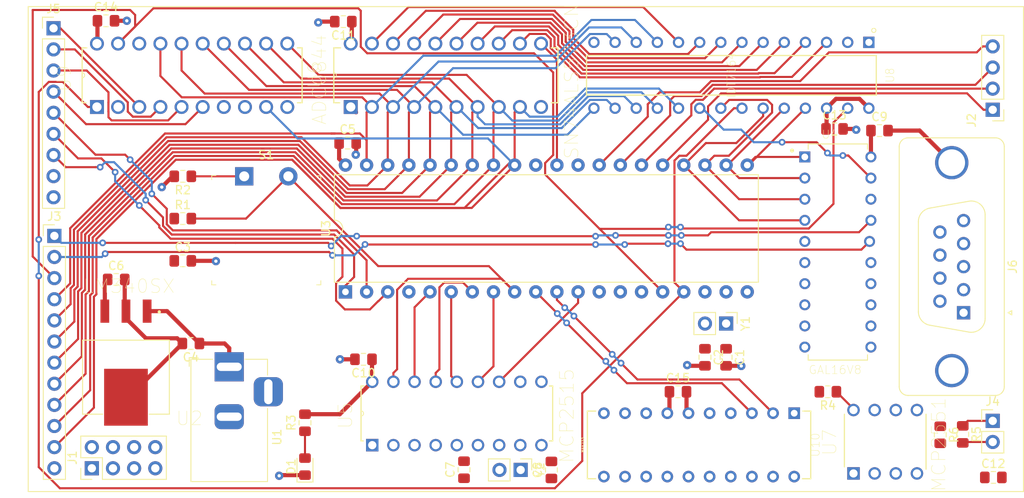
<source format=kicad_pcb>
(kicad_pcb (version 20171130) (host pcbnew "(5.1.4)-1")
  (layers (0 F.Cu signal) (31 GND power) (35 F.Paste user) (37 F.SilkS user) (39 F.Mask user) (44 Edge.Cuts user))
  (net 0 "")
  (net 1 GND)
  (net 2 "Net-(C1-Pad1)")
  (net 3 "Net-(C2-Pad1)")
  (net 4 /~RESET~)
  (net 5 +12V)
  (net 6 VCC)
  (net 7 "Net-(C7-Pad1)")
  (net 8 "Net-(C8-Pad1)")
  (net 9 "Net-(D1-Pad2)")
  (net 10 "Net-(J2-Pad4)")
  (net 11 "Net-(J2-Pad3)")
  (net 12 "Net-(J2-Pad2)")
  (net 13 "Net-(J2-Pad1)")
  (net 14 /A7)
  (net 15 /A6)
  (net 16 /A5)
  (net 17 /A4)
  (net 18 /A3)
  (net 19 /A2)
  (net 20 /A1)
  (net 21 /A0)
  (net 22 /~WR~)
  (net 23 /~D~\C)
  (net 24 /~CS~_OLED)
  (net 25 "Net-(J4-Pad2)")
  (net 26 "Net-(J4-Pad1)")
  (net 27 /SOUND_PWM)
  (net 28 /BUTTON_RIGHT)
  (net 29 /BUTTON_LEFT)
  (net 30 /ADC_CH4)
  (net 31 /ADC_CH3)
  (net 32 /ADC_CH2)
  (net 33 /ADC_CH1)
  (net 34 "Net-(J6-Pad9)")
  (net 35 "Net-(J6-Pad8)")
  (net 36 "Net-(J6-Pad7)")
  (net 37 "Net-(J6-Pad6)")
  (net 38 "Net-(J6-Pad4)")
  (net 39 "Net-(J6-Pad3)")
  (net 40 "Net-(J6-Pad2)")
  (net 41 "Net-(J6-Pad1)")
  (net 42 "Net-(R2-Pad1)")
  (net 43 "Net-(R4-Pad1)")
  (net 44 /~OE~)
  (net 45 "Net-(U3-Pad15)")
  (net 46 "Net-(U3-Pad14)")
  (net 47 "Net-(U3-Pad13)")
  (net 48 /CAN_~INT~)
  (net 49 "Net-(U3-Pad31)")
  (net 50 /TXD_232)
  (net 51 /LE)
  (net 52 /RXD_232)
  (net 53 "Net-(U3-Pad29)")
  (net 54 /SCK)
  (net 55 /MISO)
  (net 56 /MOSI)
  (net 57 /~CS~_MCP)
  (net 58 /A11)
  (net 59 "Net-(U3-Pad4)")
  (net 60 /A10)
  (net 61 /A9)
  (net 62 /A8)
  (net 63 /~CS~_RAM)
  (net 64 /~CS~_ADC)
  (net 65 "Net-(U4-Pad15)")
  (net 66 "Net-(U4-Pad14)")
  (net 67 "Net-(U4-Pad13)")
  (net 68 "Net-(U4-Pad12)")
  (net 69 "Net-(U4-Pad11)")
  (net 70 "Net-(U4-Pad9)")
  (net 71 "Net-(U4-Pad8)")
  (net 72 "Net-(U4-Pad7)")
  (net 73 "Net-(U4-Pad6)")
  (net 74 "Net-(U4-Pad5)")
  (net 75 "Net-(U5-Pad11)")
  (net 76 "Net-(U5-Pad10)")
  (net 77 "Net-(U5-Pad6)")
  (net 78 "Net-(U5-Pad5)")
  (net 79 "Net-(U5-Pad4)")
  (net 80 "Net-(U5-Pad3)")
  (net 81 "Net-(U5-Pad2)")
  (net 82 "Net-(U5-Pad1)")
  (net 83 /AL0)
  (net 84 /AL1)
  (net 85 /AL2)
  (net 86 /AL3)
  (net 87 /AL4)
  (net 88 /AL5)
  (net 89 /AL6)
  (net 90 /AL7)
  (net 91 "Net-(U7-Pad5)")
  (net 92 "Net-(U8-Pad1)")
  (net 93 "Net-(U9-Pad18)")
  (net 94 "Net-(U10-Pad20)")
  (net 95 "Net-(U10-Pad19)")
  (net 96 "Net-(U10-Pad18)")
  (net 97 "Net-(U10-Pad12)")
  (net 98 "Net-(U10-Pad10)")
  (net 99 "Net-(U10-Pad11)")
  (net 100 "Net-(U10-Pad14)")
  (net 101 "Net-(U10-Pad13)")
  (net 102 "Net-(U10-Pad8)")
  (net 103 "Net-(U10-Pad1)")
  (module Connector_PinHeader_2.54mm:PinHeader_1x02_P2.54mm_Vertical (layer F.Cu) (at 148.04 131.9 270)
    (fp_text reference Y2 (at 0 -2.33 90) (layer F.SilkS))
    (fp_text value 16MHz)
    (pad 2 thru_hole oval (at 0 2.54 270) (size 1.7 1.7) (drill 1) (layers *.Cu *.Mask) (net 7 "Net-(C7-Pad1)"))
    (pad 1 thru_hole rect (at 0 0 270) (size 1.7 1.7) (drill 1) (layers *.Cu *.Mask) (net 8 "Net-(C8-Pad1)"))
  )
  (module Connector_PinHeader_2.54mm:PinHeader_1x02_P2.54mm_Vertical (layer F.Cu) (at 172.72 114.3 270)
    (fp_text reference Y1 (at 0 -2.33 90) (layer F.SilkS))
    (fp_text value 4.9MHz)
    (pad 2 thru_hole oval (at 0 2.54 270) (size 1.7 1.7) (drill 1) (layers *.Cu *.Mask) (net 3 "Net-(C2-Pad1)"))
    (pad 1 thru_hole rect (at 0 0 270) (size 1.7 1.7) (drill 1) (layers *.Cu *.Mask) (net 2 "Net-(C1-Pad1)"))
  )
  (module byggern:MAX233CPP (layer F.Cu) (at 158.04 132.7 270)
    (fp_text reference U10 (at -3.81 -25.4 90) (layer F.SilkS) (effects (font (thickness 0.05))))
    (fp_text value MAX233 (at -3.81 2.54 90) (layer F.SilkS) (effects (font (size 0.314961 0.314961) (thickness 0.05))))
    (pad 20 thru_hole circle (at 0 -22.86 270) (size 1.397 1.397) (drill 0.8128) (layers *.Cu *.Mask) (net 94 "Net-(U10-Pad20)"))
    (pad 19 thru_hole circle (at 0 -20.32 270) (size 1.397 1.397) (drill 0.8128) (layers *.Cu *.Mask) (net 95 "Net-(U10-Pad19)"))
    (pad 18 thru_hole circle (at 0 -17.78 270) (size 1.397 1.397) (drill 0.8128) (layers *.Cu *.Mask) (net 96 "Net-(U10-Pad18)"))
    (pad 17 thru_hole circle (at 0 -15.24 270) (size 1.397 1.397) (drill 0.8128) (layers *.Cu *.Mask) (net 97 "Net-(U10-Pad12)"))
    (pad 16 thru_hole circle (at 0 -12.7 270) (size 1.397 1.397) (drill 0.8128) (layers *.Cu *.Mask) (net 98 "Net-(U10-Pad10)"))
    (pad 15 thru_hole circle (at 0 -10.16 270) (size 1.397 1.397) (drill 0.8128) (layers *.Cu *.Mask) (net 99 "Net-(U10-Pad11)"))
    (pad 14 thru_hole circle (at 0 -7.62 270) (size 1.397 1.397) (drill 0.8128) (layers *.Cu *.Mask) (net 100 "Net-(U10-Pad14)"))
    (pad 13 thru_hole circle (at 0 -5.08 270) (size 1.397 1.397) (drill 0.8128) (layers *.Cu *.Mask) (net 101 "Net-(U10-Pad13)"))
    (pad 12 thru_hole circle (at 0 -2.54 270) (size 1.397 1.397) (drill 0.8128) (layers *.Cu *.Mask) (net 97 "Net-(U10-Pad12)"))
    (pad 11 thru_hole circle (at 0 0 270) (size 1.397 1.397) (drill 0.8128) (layers *.Cu *.Mask) (net 99 "Net-(U10-Pad11)"))
    (pad 10 thru_hole circle (at -7.62 0 270) (size 1.397 1.397) (drill 0.8128) (layers *.Cu *.Mask) (net 98 "Net-(U10-Pad10)"))
    (pad 9 thru_hole circle (at -7.62 -2.54 270) (size 1.397 1.397) (drill 0.8128) (layers *.Cu *.Mask) (net 1 GND))
    (pad 8 thru_hole circle (at -7.62 -5.08 270) (size 1.397 1.397) (drill 0.8128) (layers *.Cu *.Mask) (net 102 "Net-(U10-Pad8)"))
    (pad 7 thru_hole circle (at -7.62 -7.62 270) (size 1.397 1.397) (drill 0.8128) (layers *.Cu *.Mask) (net 6 VCC))
    (pad 6 thru_hole circle (at -7.62 -10.16 270) (size 1.397 1.397) (drill 0.8128) (layers *.Cu *.Mask) (net 1 GND))
    (pad 5 thru_hole circle (at -7.62 -12.7 270) (size 1.397 1.397) (drill 0.8128) (layers *.Cu *.Mask) (net 40 "Net-(J6-Pad2)"))
    (pad 4 thru_hole circle (at -7.62 -15.24 270) (size 1.397 1.397) (drill 0.8128) (layers *.Cu *.Mask) (net 35 "Net-(J6-Pad8)"))
    (pad 3 thru_hole circle (at -7.62 -17.78 270) (size 1.397 1.397) (drill 0.8128) (layers *.Cu *.Mask) (net 52 /RXD_232))
    (pad 2 thru_hole circle (at -7.62 -20.32 270) (size 1.397 1.397) (drill 0.8128) (layers *.Cu *.Mask) (net 50 /TXD_232))
    (pad 1 thru_hole rect (at -7.62 -22.86 270) (size 1.397 1.397) (drill 0.8128) (layers *.Cu *.Mask) (net 103 "Net-(U10-Pad1)"))
  )
  (module byggern:ADC0844CCN (layer F.Cu) (at 120.015 80.645 90)
    (fp_text reference U9 (at -4.19337 -26.8121 90) (layer F.SilkS) (effects (font (size 1.64092 1.64092) (thickness 0.05))))
    (fp_text value ADC0844 (at -4.32249 3.86481 90) (layer F.SilkS) (effects (font (size 1.6417 1.6417) (thickness 0.05))))
    (pad 20 thru_hole circle (at 0 -22.86 90) (size 1.6764 1.6764) (drill 1.1176) (layers *.Cu *.Mask) (net 6 VCC))
    (pad 19 thru_hole circle (at 0 -20.32 90) (size 1.6764 1.6764) (drill 1.1176) (layers *.Cu *.Mask) (net 22 /~WR~))
    (pad 18 thru_hole circle (at 0 -17.78 90) (size 1.6764 1.6764) (drill 1.1176) (layers *.Cu *.Mask) (net 93 "Net-(U9-Pad18)"))
    (pad 17 thru_hole circle (at 0 -15.24 90) (size 1.6764 1.6764) (drill 1.1176) (layers *.Cu *.Mask) (net 21 /A0))
    (pad 16 thru_hole circle (at 0 -12.7 90) (size 1.6764 1.6764) (drill 1.1176) (layers *.Cu *.Mask) (net 20 /A1))
    (pad 15 thru_hole circle (at 0 -10.16 90) (size 1.6764 1.6764) (drill 1.1176) (layers *.Cu *.Mask) (net 19 /A2))
    (pad 14 thru_hole circle (at 0 -7.62 90) (size 1.6764 1.6764) (drill 1.1176) (layers *.Cu *.Mask) (net 18 /A3))
    (pad 13 thru_hole circle (at 0 -5.08 90) (size 1.6764 1.6764) (drill 1.1176) (layers *.Cu *.Mask) (net 17 /A4))
    (pad 12 thru_hole circle (at 0 -2.54 90) (size 1.6764 1.6764) (drill 1.1176) (layers *.Cu *.Mask) (net 16 /A5))
    (pad 11 thru_hole circle (at 0 0 90) (size 1.6764 1.6764) (drill 1.1176) (layers *.Cu *.Mask) (net 15 /A6))
    (pad 10 thru_hole circle (at -7.62 0 90) (size 1.6764 1.6764) (drill 1.1176) (layers *.Cu *.Mask) (net 1 GND))
    (pad 9 thru_hole circle (at -7.62 -2.54 90) (size 1.6764 1.6764) (drill 1.1176) (layers *.Cu *.Mask) (net 14 /A7))
    (pad 8 thru_hole circle (at -7.62 -5.08 90) (size 1.6764 1.6764) (drill 1.1176) (layers *.Cu *.Mask) (net 6 VCC))
    (pad 7 thru_hole circle (at -7.62 -7.62 90) (size 1.6764 1.6764) (drill 1.1176) (layers *.Cu *.Mask) (net 1 GND))
    (pad 6 thru_hole circle (at -7.62 -10.16 90) (size 1.6764 1.6764) (drill 1.1176) (layers *.Cu *.Mask) (net 30 /ADC_CH4))
    (pad 5 thru_hole circle (at -7.62 -12.7 90) (size 1.6764 1.6764) (drill 1.1176) (layers *.Cu *.Mask) (net 31 /ADC_CH3))
    (pad 4 thru_hole circle (at -7.62 -15.24 90) (size 1.6764 1.6764) (drill 1.1176) (layers *.Cu *.Mask) (net 32 /ADC_CH2))
    (pad 3 thru_hole circle (at -7.62 -17.78 90) (size 1.6764 1.6764) (drill 1.1176) (layers *.Cu *.Mask) (net 33 /ADC_CH1))
    (pad 2 thru_hole circle (at -7.62 -20.32 90) (size 1.6764 1.6764) (drill 1.1176) (layers *.Cu *.Mask) (net 64 /~CS~_ADC))
    (pad 1 thru_hole rect (at -7.62 -22.86 90) (size 1.6764 1.6764) (drill 1.1176) (layers *.Cu *.Mask) (net 44 /~OE~))
  )
  (module byggern:CY7C185-20PC (layer F.Cu) (at 173.355 84.455 270)
    (fp_text reference U8 (at 0 -19.05 90) (layer F.SilkS) (effects (font (size 1 0.9) (thickness 0.05))))
    (fp_text value IDT7164 (at 0 0 90) (layer F.SilkS) (effects (font (size 1 0.9) (thickness 0.05))))
    (pad 28 thru_hole circle (at 3.96 -16.51 270) (size 1.358 1.358) (drill 0.85) (layers *.Cu *.Mask) (net 6 VCC))
    (pad 27 thru_hole circle (at 3.96 -13.97 270) (size 1.358 1.358) (drill 0.85) (layers *.Cu *.Mask) (net 22 /~WR~))
    (pad 26 thru_hole circle (at 3.96 -11.43 270) (size 1.358 1.358) (drill 0.85) (layers *.Cu *.Mask) (net 6 VCC))
    (pad 25 thru_hole circle (at 3.96 -8.89 270) (size 1.358 1.358) (drill 0.85) (layers *.Cu *.Mask) (net 62 /A8))
    (pad 24 thru_hole circle (at 3.96 -6.35 270) (size 1.358 1.358) (drill 0.85) (layers *.Cu *.Mask) (net 61 /A9))
    (pad 23 thru_hole circle (at 3.96 -3.81 270) (size 1.358 1.358) (drill 0.85) (layers *.Cu *.Mask) (net 58 /A11))
    (pad 22 thru_hole circle (at 3.96 -1.27 270) (size 1.358 1.358) (drill 0.85) (layers *.Cu *.Mask) (net 44 /~OE~))
    (pad 21 thru_hole circle (at 3.96 1.27 270) (size 1.358 1.358) (drill 0.85) (layers *.Cu *.Mask) (net 60 /A10))
    (pad 20 thru_hole circle (at 3.96 3.81 270) (size 1.358 1.358) (drill 0.85) (layers *.Cu *.Mask) (net 63 /~CS~_RAM))
    (pad 19 thru_hole circle (at 3.96 6.35 270) (size 1.358 1.358) (drill 0.85) (layers *.Cu *.Mask) (net 14 /A7))
    (pad 18 thru_hole circle (at 3.96 8.89 270) (size 1.358 1.358) (drill 0.85) (layers *.Cu *.Mask) (net 15 /A6))
    (pad 17 thru_hole circle (at 3.96 11.43 270) (size 1.358 1.358) (drill 0.85) (layers *.Cu *.Mask) (net 16 /A5))
    (pad 16 thru_hole circle (at 3.96 13.97 270) (size 1.358 1.358) (drill 0.85) (layers *.Cu *.Mask) (net 17 /A4))
    (pad 15 thru_hole circle (at 3.96 16.51 270) (size 1.358 1.358) (drill 0.85) (layers *.Cu *.Mask) (net 18 /A3))
    (pad 14 thru_hole circle (at -3.96 16.51 270) (size 1.358 1.358) (drill 0.85) (layers *.Cu *.Mask) (net 1 GND))
    (pad 13 thru_hole circle (at -3.96 13.97 270) (size 1.358 1.358) (drill 0.85) (layers *.Cu *.Mask) (net 19 /A2))
    (pad 12 thru_hole circle (at -3.96 11.43 270) (size 1.358 1.358) (drill 0.85) (layers *.Cu *.Mask) (net 20 /A1))
    (pad 11 thru_hole circle (at -3.96 8.89 270) (size 1.358 1.358) (drill 0.85) (layers *.Cu *.Mask) (net 21 /A0))
    (pad 10 thru_hole circle (at -3.96 6.35 270) (size 1.358 1.358) (drill 0.85) (layers *.Cu *.Mask) (net 83 /AL0))
    (pad 9 thru_hole circle (at -3.96 3.81 270) (size 1.358 1.358) (drill 0.85) (layers *.Cu *.Mask) (net 84 /AL1))
    (pad 5 thru_hole circle (at -3.96 -6.35 270) (size 1.358 1.358) (drill 0.85) (layers *.Cu *.Mask) (net 88 /AL5))
    (pad 6 thru_hole circle (at -3.96 -3.81 270) (size 1.358 1.358) (drill 0.85) (layers *.Cu *.Mask) (net 87 /AL4))
    (pad 4 thru_hole circle (at -3.96 -8.89 270) (size 1.358 1.358) (drill 0.85) (layers *.Cu *.Mask) (net 89 /AL6))
    (pad 3 thru_hole circle (at -3.96 -11.43 270) (size 1.358 1.358) (drill 0.85) (layers *.Cu *.Mask) (net 90 /AL7))
    (pad 8 thru_hole circle (at -3.96 1.27 270) (size 1.358 1.358) (drill 0.85) (layers *.Cu *.Mask) (net 85 /AL2))
    (pad 7 thru_hole circle (at -3.96 -1.27 270) (size 1.358 1.358) (drill 0.85) (layers *.Cu *.Mask) (net 86 /AL3))
    (pad 2 thru_hole circle (at -3.96 -13.97 270) (size 1.358 1.358) (drill 0.85) (layers *.Cu *.Mask) (net 1 GND))
    (pad 1 thru_hole rect (at -3.96 -16.51 270) (size 1.358 1.358) (drill 0.85) (layers *.Cu *.Mask) (net 92 "Net-(U8-Pad1)"))
  )
  (module byggern:MCP2551-IP (layer F.Cu) (at 195.64 124.7 90)
    (fp_text reference U7 (at -3.88684 -10.4919 90) (layer F.SilkS) (effects (font (size 1.64028 1.64028) (thickness 0.05))))
    (fp_text value MCP2551 (at -4.14582 2.61976 90) (layer F.SilkS) (effects (font (size 1.64224 1.64224) (thickness 0.05))))
    (pad 8 thru_hole circle (at 0 -7.62 90) (size 1.4986 1.4986) (drill 0.9906) (layers *.Cu *.Mask) (net 43 "Net-(R4-Pad1)"))
    (pad 7 thru_hole circle (at 0 -5.08 90) (size 1.4986 1.4986) (drill 0.9906) (layers *.Cu *.Mask) (net 26 "Net-(J4-Pad1)"))
    (pad 6 thru_hole circle (at 0 -2.54 90) (size 1.4986 1.4986) (drill 0.9906) (layers *.Cu *.Mask) (net 25 "Net-(J4-Pad2)"))
    (pad 5 thru_hole circle (at 0 0 90) (size 1.4986 1.4986) (drill 0.9906) (layers *.Cu *.Mask) (net 91 "Net-(U7-Pad5)"))
    (pad 4 thru_hole circle (at -7.62 0 90) (size 1.4986 1.4986) (drill 0.9906) (layers *.Cu *.Mask) (net 81 "Net-(U5-Pad2)"))
    (pad 3 thru_hole circle (at -7.62 -2.54 90) (size 1.4986 1.4986) (drill 0.9906) (layers *.Cu *.Mask) (net 6 VCC))
    (pad 2 thru_hole circle (at -7.62 -5.08 90) (size 1.4986 1.4986) (drill 0.9906) (layers *.Cu *.Mask) (net 1 GND))
    (pad 1 thru_hole rect (at -7.62 -7.62 90) (size 1.4986 1.4986) (drill 0.9906) (layers *.Cu *.Mask) (net 82 "Net-(U5-Pad1)"))
  )
  (module byggern:SN74ALS573CN (layer F.Cu) (at 150.495 80.645 90)
    (fp_text reference U6 (at -3.78842 -27.1546 90) (layer F.SilkS) (effects (font (size 1.64165 1.64165) (thickness 0.05))))
    (fp_text value SN74ALS573CN (at -4.52851 3.66351 90) (layer F.SilkS) (effects (font (size 1.64265 1.64265) (thickness 0.05))))
    (pad 20 thru_hole circle (at 0 -22.86 90) (size 1.6764 1.6764) (drill 1.1176) (layers *.Cu *.Mask) (net 6 VCC))
    (pad 19 thru_hole circle (at 0 -20.32 90) (size 1.6764 1.6764) (drill 1.1176) (layers *.Cu *.Mask) (net 83 /AL0))
    (pad 18 thru_hole circle (at 0 -17.78 90) (size 1.6764 1.6764) (drill 1.1176) (layers *.Cu *.Mask) (net 84 /AL1))
    (pad 17 thru_hole circle (at 0 -15.24 90) (size 1.6764 1.6764) (drill 1.1176) (layers *.Cu *.Mask) (net 85 /AL2))
    (pad 16 thru_hole circle (at 0 -12.7 90) (size 1.6764 1.6764) (drill 1.1176) (layers *.Cu *.Mask) (net 86 /AL3))
    (pad 15 thru_hole circle (at 0 -10.16 90) (size 1.6764 1.6764) (drill 1.1176) (layers *.Cu *.Mask) (net 87 /AL4))
    (pad 14 thru_hole circle (at 0 -7.62 90) (size 1.6764 1.6764) (drill 1.1176) (layers *.Cu *.Mask) (net 88 /AL5))
    (pad 13 thru_hole circle (at 0 -5.08 90) (size 1.6764 1.6764) (drill 1.1176) (layers *.Cu *.Mask) (net 89 /AL6))
    (pad 12 thru_hole circle (at 0 -2.54 90) (size 1.6764 1.6764) (drill 1.1176) (layers *.Cu *.Mask) (net 90 /AL7))
    (pad 11 thru_hole circle (at 0 0 90) (size 1.6764 1.6764) (drill 1.1176) (layers *.Cu *.Mask) (net 51 /LE))
    (pad 10 thru_hole circle (at -7.62 0 90) (size 1.6764 1.6764) (drill 1.1176) (layers *.Cu *.Mask) (net 1 GND))
    (pad 9 thru_hole circle (at -7.62 -2.54 90) (size 1.6764 1.6764) (drill 1.1176) (layers *.Cu *.Mask) (net 14 /A7))
    (pad 8 thru_hole circle (at -7.62 -5.08 90) (size 1.6764 1.6764) (drill 1.1176) (layers *.Cu *.Mask) (net 15 /A6))
    (pad 7 thru_hole circle (at -7.62 -7.62 90) (size 1.6764 1.6764) (drill 1.1176) (layers *.Cu *.Mask) (net 16 /A5))
    (pad 6 thru_hole circle (at -7.62 -10.16 90) (size 1.6764 1.6764) (drill 1.1176) (layers *.Cu *.Mask) (net 17 /A4))
    (pad 5 thru_hole circle (at -7.62 -12.7 90) (size 1.6764 1.6764) (drill 1.1176) (layers *.Cu *.Mask) (net 18 /A3))
    (pad 4 thru_hole circle (at -7.62 -15.24 90) (size 1.6764 1.6764) (drill 1.1176) (layers *.Cu *.Mask) (net 19 /A2))
    (pad 3 thru_hole circle (at -7.62 -17.78 90) (size 1.6764 1.6764) (drill 1.1176) (layers *.Cu *.Mask) (net 20 /A1))
    (pad 2 thru_hole circle (at -7.62 -20.32 90) (size 1.6764 1.6764) (drill 1.1176) (layers *.Cu *.Mask) (net 21 /A0))
    (pad 1 thru_hole rect (at -7.62 -22.86 90) (size 1.6764 1.6764) (drill 1.1176) (layers *.Cu *.Mask) (net 1 GND))
  )
  (module byggern:MCP2515-EP (layer F.Cu) (at 150.54 121.3 90)
    (fp_text reference U5 (at -4.06963 -23.553 90) (layer F.SilkS) (effects (font (size 1.64227 1.64227) (thickness 0.05))))
    (fp_text value MCP2515 (at -4.09933 3.05541 90) (layer F.SilkS) (effects (font (size 1.64399 1.64399) (thickness 0.05))))
    (pad 18 thru_hole circle (at 0 -20.32 90) (size 1.4986 1.4986) (drill 0.9906) (layers *.Cu *.Mask) (net 6 VCC))
    (pad 17 thru_hole circle (at 0 -17.78 90) (size 1.4986 1.4986) (drill 0.9906) (layers *.Cu *.Mask) (net 4 /~RESET~))
    (pad 16 thru_hole circle (at 0 -15.24 90) (size 1.4986 1.4986) (drill 0.9906) (layers *.Cu *.Mask) (net 57 /~CS~_MCP))
    (pad 15 thru_hole circle (at 0 -12.7 90) (size 1.4986 1.4986) (drill 0.9906) (layers *.Cu *.Mask) (net 55 /MISO))
    (pad 14 thru_hole circle (at 0 -10.16 90) (size 1.4986 1.4986) (drill 0.9906) (layers *.Cu *.Mask) (net 56 /MOSI))
    (pad 13 thru_hole circle (at 0 -7.62 90) (size 1.4986 1.4986) (drill 0.9906) (layers *.Cu *.Mask) (net 54 /SCK))
    (pad 12 thru_hole circle (at 0 -5.08 90) (size 1.4986 1.4986) (drill 0.9906) (layers *.Cu *.Mask) (net 48 /CAN_~INT~))
    (pad 11 thru_hole circle (at 0 -2.54 90) (size 1.4986 1.4986) (drill 0.9906) (layers *.Cu *.Mask) (net 75 "Net-(U5-Pad11)"))
    (pad 10 thru_hole circle (at 0 0 90) (size 1.4986 1.4986) (drill 0.9906) (layers *.Cu *.Mask) (net 76 "Net-(U5-Pad10)"))
    (pad 9 thru_hole circle (at -7.62 0 90) (size 1.4986 1.4986) (drill 0.9906) (layers *.Cu *.Mask) (net 1 GND))
    (pad 8 thru_hole circle (at -7.62 -2.54 90) (size 1.4986 1.4986) (drill 0.9906) (layers *.Cu *.Mask) (net 8 "Net-(C8-Pad1)"))
    (pad 7 thru_hole circle (at -7.62 -5.08 90) (size 1.4986 1.4986) (drill 0.9906) (layers *.Cu *.Mask) (net 7 "Net-(C7-Pad1)"))
    (pad 6 thru_hole circle (at -7.62 -7.62 90) (size 1.4986 1.4986) (drill 0.9906) (layers *.Cu *.Mask) (net 77 "Net-(U5-Pad6)"))
    (pad 5 thru_hole circle (at -7.62 -10.16 90) (size 1.4986 1.4986) (drill 0.9906) (layers *.Cu *.Mask) (net 78 "Net-(U5-Pad5)"))
    (pad 4 thru_hole circle (at -7.62 -12.7 90) (size 1.4986 1.4986) (drill 0.9906) (layers *.Cu *.Mask) (net 79 "Net-(U5-Pad4)"))
    (pad 3 thru_hole circle (at -7.62 -15.24 90) (size 1.4986 1.4986) (drill 0.9906) (layers *.Cu *.Mask) (net 80 "Net-(U5-Pad3)"))
    (pad 2 thru_hole circle (at -7.62 -17.78 90) (size 1.4986 1.4986) (drill 0.9906) (layers *.Cu *.Mask) (net 81 "Net-(U5-Pad2)"))
    (pad 1 thru_hole rect (at -7.62 -20.32 90) (size 1.4986 1.4986) (drill 0.9906) (layers *.Cu *.Mask) (net 82 "Net-(U5-Pad1)"))
  )
  (module byggern:GAL16V8 (layer F.Cu) (at 186.14 105.7)
    (fp_text reference U4 (at -0.96 -14.135) (layer F.SilkS) (effects (font (thickness 0.05))))
    (fp_text value GAL16V8 (at -0.325 14.165) (layer F.SilkS) (effects (font (thickness 0.05))))
    (pad 20 thru_hole circle (at 3.969 -11.43) (size 1.318 1.318) (drill 0.81) (layers *.Cu *.Mask) (net 6 VCC))
    (pad 19 thru_hole circle (at 3.969 -8.89) (size 1.318 1.318) (drill 0.81) (layers *.Cu *.Mask) (net 63 /~CS~_RAM))
    (pad 18 thru_hole circle (at 3.969 -6.35) (size 1.318 1.318) (drill 0.81) (layers *.Cu *.Mask) (net 64 /~CS~_ADC))
    (pad 17 thru_hole circle (at 3.969 -3.81) (size 1.318 1.318) (drill 0.81) (layers *.Cu *.Mask) (net 24 /~CS~_OLED))
    (pad 16 thru_hole circle (at 3.81 -1.27) (size 1.318 1.318) (drill 0.81) (layers *.Cu *.Mask) (net 23 /~D~\C))
    (pad 15 thru_hole circle (at 3.969 1.27) (size 1.318 1.318) (drill 0.81) (layers *.Cu *.Mask) (net 65 "Net-(U4-Pad15)"))
    (pad 14 thru_hole circle (at 3.969 3.81) (size 1.318 1.318) (drill 0.81) (layers *.Cu *.Mask) (net 66 "Net-(U4-Pad14)"))
    (pad 13 thru_hole circle (at 3.969 6.35) (size 1.318 1.318) (drill 0.81) (layers *.Cu *.Mask) (net 67 "Net-(U4-Pad13)"))
    (pad 12 thru_hole circle (at 3.969 8.89) (size 1.318 1.318) (drill 0.81) (layers *.Cu *.Mask) (net 68 "Net-(U4-Pad12)"))
    (pad 11 thru_hole circle (at 3.969 11.43) (size 1.318 1.318) (drill 0.81) (layers *.Cu *.Mask) (net 69 "Net-(U4-Pad11)"))
    (pad 10 thru_hole circle (at -3.969 11.43) (size 1.318 1.318) (drill 0.81) (layers *.Cu *.Mask) (net 1 GND))
    (pad 9 thru_hole circle (at -3.969 8.89) (size 1.318 1.318) (drill 0.81) (layers *.Cu *.Mask) (net 70 "Net-(U4-Pad9)"))
    (pad 8 thru_hole circle (at -3.969 6.35) (size 1.318 1.318) (drill 0.81) (layers *.Cu *.Mask) (net 71 "Net-(U4-Pad8)"))
    (pad 7 thru_hole circle (at -3.969 3.81) (size 1.318 1.318) (drill 0.81) (layers *.Cu *.Mask) (net 72 "Net-(U4-Pad7)"))
    (pad 6 thru_hole circle (at -3.969 1.27) (size 1.318 1.318) (drill 0.81) (layers *.Cu *.Mask) (net 73 "Net-(U4-Pad6)"))
    (pad 5 thru_hole circle (at -3.969 -1.27) (size 1.318 1.318) (drill 0.81) (layers *.Cu *.Mask) (net 74 "Net-(U4-Pad5)"))
    (pad 4 thru_hole circle (at -3.969 -3.81) (size 1.318 1.318) (drill 0.81) (layers *.Cu *.Mask) (net 58 /A11))
    (pad 3 thru_hole circle (at -3.969 -6.35) (size 1.318 1.318) (drill 0.81) (layers *.Cu *.Mask) (net 60 /A10))
    (pad 2 thru_hole circle (at -3.969 -8.89) (size 1.318 1.318) (drill 0.81) (layers *.Cu *.Mask) (net 61 /A9))
    (pad 1 thru_hole rect (at -3.969 -11.43) (size 1.318 1.318) (drill 0.81) (layers *.Cu *.Mask) (net 62 /A8))
  )
  (module Package_DIP:DIP-40_W15.24mm (layer F.Cu) (at 127 110.49 90)
    (fp_text reference U3 (at 7.62 -2.33 90) (layer F.SilkS))
    (fp_text value ATmega162-16PU)
    (pad 40 thru_hole oval (at 15.24 0 90) (size 1.6 1.6) (drill 0.8) (layers *.Cu *.Mask) (net 6 VCC))
    (pad 20 thru_hole oval (at 0 48.26 90) (size 1.6 1.6) (drill 0.8) (layers *.Cu *.Mask) (net 1 GND))
    (pad 39 thru_hole oval (at 15.24 2.54 90) (size 1.6 1.6) (drill 0.8) (layers *.Cu *.Mask) (net 21 /A0))
    (pad 19 thru_hole oval (at 0 45.72 90) (size 1.6 1.6) (drill 0.8) (layers *.Cu *.Mask) (net 2 "Net-(C1-Pad1)"))
    (pad 38 thru_hole oval (at 15.24 5.08 90) (size 1.6 1.6) (drill 0.8) (layers *.Cu *.Mask) (net 20 /A1))
    (pad 18 thru_hole oval (at 0 43.18 90) (size 1.6 1.6) (drill 0.8) (layers *.Cu *.Mask) (net 3 "Net-(C2-Pad1)"))
    (pad 37 thru_hole oval (at 15.24 7.62 90) (size 1.6 1.6) (drill 0.8) (layers *.Cu *.Mask) (net 19 /A2))
    (pad 17 thru_hole oval (at 0 40.64 90) (size 1.6 1.6) (drill 0.8) (layers *.Cu *.Mask) (net 44 /~OE~))
    (pad 36 thru_hole oval (at 15.24 10.16 90) (size 1.6 1.6) (drill 0.8) (layers *.Cu *.Mask) (net 18 /A3))
    (pad 16 thru_hole oval (at 0 38.1 90) (size 1.6 1.6) (drill 0.8) (layers *.Cu *.Mask) (net 22 /~WR~))
    (pad 35 thru_hole oval (at 15.24 12.7 90) (size 1.6 1.6) (drill 0.8) (layers *.Cu *.Mask) (net 17 /A4))
    (pad 15 thru_hole oval (at 0 35.56 90) (size 1.6 1.6) (drill 0.8) (layers *.Cu *.Mask) (net 45 "Net-(U3-Pad15)"))
    (pad 34 thru_hole oval (at 15.24 15.24 90) (size 1.6 1.6) (drill 0.8) (layers *.Cu *.Mask) (net 16 /A5))
    (pad 14 thru_hole oval (at 0 33.02 90) (size 1.6 1.6) (drill 0.8) (layers *.Cu *.Mask) (net 46 "Net-(U3-Pad14)"))
    (pad 33 thru_hole oval (at 15.24 17.78 90) (size 1.6 1.6) (drill 0.8) (layers *.Cu *.Mask) (net 15 /A6))
    (pad 13 thru_hole oval (at 0 30.48 90) (size 1.6 1.6) (drill 0.8) (layers *.Cu *.Mask) (net 47 "Net-(U3-Pad13)"))
    (pad 32 thru_hole oval (at 15.24 20.32 90) (size 1.6 1.6) (drill 0.8) (layers *.Cu *.Mask) (net 14 /A7))
    (pad 12 thru_hole oval (at 0 27.94 90) (size 1.6 1.6) (drill 0.8) (layers *.Cu *.Mask) (net 48 /CAN_~INT~))
    (pad 31 thru_hole oval (at 15.24 22.86 90) (size 1.6 1.6) (drill 0.8) (layers *.Cu *.Mask) (net 49 "Net-(U3-Pad31)"))
    (pad 11 thru_hole oval (at 0 25.4 90) (size 1.6 1.6) (drill 0.8) (layers *.Cu *.Mask) (net 50 /TXD_232))
    (pad 30 thru_hole oval (at 15.24 25.4 90) (size 1.6 1.6) (drill 0.8) (layers *.Cu *.Mask) (net 51 /LE))
    (pad 10 thru_hole oval (at 0 22.86 90) (size 1.6 1.6) (drill 0.8) (layers *.Cu *.Mask) (net 52 /RXD_232))
    (pad 29 thru_hole oval (at 15.24 27.94 90) (size 1.6 1.6) (drill 0.8) (layers *.Cu *.Mask) (net 53 "Net-(U3-Pad29)"))
    (pad 9 thru_hole oval (at 0 20.32 90) (size 1.6 1.6) (drill 0.8) (layers *.Cu *.Mask) (net 4 /~RESET~))
    (pad 28 thru_hole oval (at 15.24 30.48 90) (size 1.6 1.6) (drill 0.8) (layers *.Cu *.Mask) (net 10 "Net-(J2-Pad4)"))
    (pad 8 thru_hole oval (at 0 17.78 90) (size 1.6 1.6) (drill 0.8) (layers *.Cu *.Mask) (net 54 /SCK))
    (pad 27 thru_hole oval (at 15.24 33.02 90) (size 1.6 1.6) (drill 0.8) (layers *.Cu *.Mask) (net 11 "Net-(J2-Pad3)"))
    (pad 7 thru_hole oval (at 0 15.24 90) (size 1.6 1.6) (drill 0.8) (layers *.Cu *.Mask) (net 55 /MISO))
    (pad 26 thru_hole oval (at 15.24 35.56 90) (size 1.6 1.6) (drill 0.8) (layers *.Cu *.Mask) (net 12 "Net-(J2-Pad2)"))
    (pad 6 thru_hole oval (at 0 12.7 90) (size 1.6 1.6) (drill 0.8) (layers *.Cu *.Mask) (net 56 /MOSI))
    (pad 25 thru_hole oval (at 15.24 38.1 90) (size 1.6 1.6) (drill 0.8) (layers *.Cu *.Mask) (net 13 "Net-(J2-Pad1)"))
    (pad 5 thru_hole oval (at 0 10.16 90) (size 1.6 1.6) (drill 0.8) (layers *.Cu *.Mask) (net 57 /~CS~_MCP))
    (pad 24 thru_hole oval (at 15.24 40.64 90) (size 1.6 1.6) (drill 0.8) (layers *.Cu *.Mask) (net 58 /A11))
    (pad 4 thru_hole oval (at 0 7.62 90) (size 1.6 1.6) (drill 0.8) (layers *.Cu *.Mask) (net 59 "Net-(U3-Pad4)"))
    (pad 23 thru_hole oval (at 15.24 43.18 90) (size 1.6 1.6) (drill 0.8) (layers *.Cu *.Mask) (net 60 /A10))
    (pad 3 thru_hole oval (at 0 5.08 90) (size 1.6 1.6) (drill 0.8) (layers *.Cu *.Mask) (net 28 /BUTTON_RIGHT))
    (pad 22 thru_hole oval (at 15.24 45.72 90) (size 1.6 1.6) (drill 0.8) (layers *.Cu *.Mask) (net 61 /A9))
    (pad 2 thru_hole oval (at 0 2.54 90) (size 1.6 1.6) (drill 0.8) (layers *.Cu *.Mask) (net 29 /BUTTON_LEFT))
    (pad 21 thru_hole oval (at 15.24 48.26 90) (size 1.6 1.6) (drill 0.8) (layers *.Cu *.Mask) (net 62 /A8))
    (pad 1 thru_hole rect (at 0 0 90) (size 1.6 1.6) (drill 0.8) (layers *.Cu *.Mask) (net 27 /SOUND_PWM))
  )
  (module byggern:LM340SX (layer F.Cu) (at 100.64 119 180)
    (fp_text reference U2 (at -7.62 -6.7) (layer F.SilkS) (effects (font (size 1.64568 1.64568) (thickness 0.05))))
    (fp_text value LM340SX (at -0.3796 9.19183) (layer F.SilkS) (effects (font (size 1.64735 1.64735) (thickness 0.05))))
    (pad 4 smd rect (at 0 -4.16 180) (size 5.25 6.84) (layers F.Cu F.Paste F.Mask) (net 1 GND))
    (pad 3 smd rect (at 2.54 6.19 180) (size 1.05 2.79) (layers F.Cu F.Paste F.Mask) (net 6 VCC))
    (pad 2 smd rect (at 0 6.19 180) (size 1.05 2.79) (layers F.Cu F.Paste F.Mask) (net 1 GND))
    (pad 1 smd rect (at -2.54 6.19 180) (size 1.05 2.79) (layers F.Cu F.Paste F.Mask) (net 5 +12V))
  )
  (module Connector_BarrelJack:BarrelJack_Horizontal (layer F.Cu) (at 113.04 119.5 90)
    (fp_text reference U1 (at -8.45 5.75 90) (layer F.SilkS))
    (fp_text value Barrel_jack)
    (pad 3 thru_hole roundrect (at -3 4.7 90) (size 3.5 3.5) (drill oval 3 1) (layers *.Cu *.Mask) (net 1 GND))
    (pad 2 thru_hole roundrect (at -6 0 90) (size 3 3.5) (drill oval 1 3) (layers *.Cu *.Mask) (net 1 GND))
    (pad 1 thru_hole rect (at 0 0 90) (size 3.5 3.5) (drill oval 1 3) (layers *.Cu *.Mask) (net 5 +12V))
  )
  (module digikey-footprints:PushButton_12x12mm_THT_GPTS203211B (layer F.Cu) (at 114.84 96.6)
    (fp_text reference S1 (at 2.65 -2.57) (layer F.SilkS))
    (fp_text value GPTS203211B)
    (pad 2 thru_hole circle (at 5.3 0) (size 2.2 2.2) (drill 1.2) (layers *.Cu *.Mask) (net 4 /~RESET~))
    (pad 1 thru_hole rect (at 0 0) (size 2.2 2.2) (drill 1.2) (layers *.Cu *.Mask) (net 42 "Net-(R2-Pad1)"))
  )
  (module Resistor_SMD:R_0805_2012Metric_Pad1.15x1.40mm_HandSolder (layer F.Cu) (at 198.44 127.675 270)
    (fp_text reference R6 (at 0 -1.65 90) (layer F.SilkS))
    (fp_text value 120)
    (pad 2 smd roundrect (at 1.025 0 270) (size 1.15 1.4) (layers F.Cu F.Paste F.Mask) (roundrect_rratio 0.217391) (net 25 "Net-(J4-Pad2)"))
    (pad 1 smd roundrect (at -1.025 0 270) (size 1.15 1.4) (layers F.Cu F.Paste F.Mask) (roundrect_rratio 0.217391) (net 26 "Net-(J4-Pad1)"))
  )
  (module Resistor_SMD:R_0805_2012Metric_Pad1.15x1.40mm_HandSolder (layer F.Cu) (at 201.14 127.625 270)
    (fp_text reference R5 (at 0 -1.65 90) (layer F.SilkS))
    (fp_text value 120)
    (pad 2 smd roundrect (at 1.025 0 270) (size 1.15 1.4) (layers F.Cu F.Paste F.Mask) (roundrect_rratio 0.217391) (net 25 "Net-(J4-Pad2)"))
    (pad 1 smd roundrect (at -1.025 0 270) (size 1.15 1.4) (layers F.Cu F.Paste F.Mask) (roundrect_rratio 0.217391) (net 26 "Net-(J4-Pad1)"))
  )
  (module Resistor_SMD:R_0805_2012Metric_Pad1.15x1.40mm_HandSolder (layer F.Cu) (at 184.94 122.5 180)
    (fp_text reference R4 (at 0 -1.65) (layer F.SilkS))
    (fp_text value 22K)
    (pad 2 smd roundrect (at 1.025 0 180) (size 1.15 1.4) (layers F.Cu F.Paste F.Mask) (roundrect_rratio 0.217391) (net 1 GND))
    (pad 1 smd roundrect (at -1.025 0 180) (size 1.15 1.4) (layers F.Cu F.Paste F.Mask) (roundrect_rratio 0.217391) (net 43 "Net-(R4-Pad1)"))
  )
  (module Resistor_SMD:R_0805_2012Metric_Pad1.15x1.40mm_HandSolder (layer F.Cu) (at 122.14 126.225 90)
    (fp_text reference R3 (at 0 -1.65 90) (layer F.SilkS))
    (fp_text value 150)
    (pad 2 smd roundrect (at 1.025 0 90) (size 1.15 1.4) (layers F.Cu F.Paste F.Mask) (roundrect_rratio 0.217391) (net 6 VCC))
    (pad 1 smd roundrect (at -1.025 0 90) (size 1.15 1.4) (layers F.Cu F.Paste F.Mask) (roundrect_rratio 0.217391) (net 9 "Net-(D1-Pad2)"))
  )
  (module Resistor_SMD:R_0805_2012Metric_Pad1.15x1.40mm_HandSolder (layer F.Cu) (at 107.465 96.6 180)
    (fp_text reference R2 (at 0 -1.65) (layer F.SilkS))
    (fp_text value 330)
    (pad 2 smd roundrect (at 1.025 0 180) (size 1.15 1.4) (layers F.Cu F.Paste F.Mask) (roundrect_rratio 0.217391) (net 1 GND))
    (pad 1 smd roundrect (at -1.025 0 180) (size 1.15 1.4) (layers F.Cu F.Paste F.Mask) (roundrect_rratio 0.217391) (net 42 "Net-(R2-Pad1)"))
  )
  (module Resistor_SMD:R_0805_2012Metric_Pad1.15x1.40mm_HandSolder (layer F.Cu) (at 107.465 101.68)
    (fp_text reference R1 (at 0 -1.65) (layer F.SilkS))
    (fp_text value 10k)
    (pad 2 smd roundrect (at 1.025 0) (size 1.15 1.4) (layers F.Cu F.Paste F.Mask) (roundrect_rratio 0.217391) (net 4 /~RESET~))
    (pad 1 smd roundrect (at -1.025 0) (size 1.15 1.4) (layers F.Cu F.Paste F.Mask) (roundrect_rratio 0.217391) (net 6 VCC))
  )
  (module Connector_Dsub:DSUB-9_Female_Vertical_P2.77x2.84mm_MountingHoles (layer F.Cu) (at 201.24 113 270)
    (fp_text reference J6 (at -5.54 -5.89 90) (layer F.SilkS))
    (fp_text value DB9_Female_MountingHoles)
    (pad 0 thru_hole circle (at 6.96 1.42 270) (size 4 4) (drill 3.2) (layers *.Cu *.Mask) (net 1 GND))
    (pad 0 thru_hole circle (at -18.04 1.42 270) (size 4 4) (drill 3.2) (layers *.Cu *.Mask) (net 1 GND))
    (pad 9 thru_hole circle (at -9.695 2.84 270) (size 1.6 1.6) (drill 1) (layers *.Cu *.Mask) (net 34 "Net-(J6-Pad9)"))
    (pad 8 thru_hole circle (at -6.925 2.84 270) (size 1.6 1.6) (drill 1) (layers *.Cu *.Mask) (net 35 "Net-(J6-Pad8)"))
    (pad 7 thru_hole circle (at -4.155 2.84 270) (size 1.6 1.6) (drill 1) (layers *.Cu *.Mask) (net 36 "Net-(J6-Pad7)"))
    (pad 6 thru_hole circle (at -1.385 2.84 270) (size 1.6 1.6) (drill 1) (layers *.Cu *.Mask) (net 37 "Net-(J6-Pad6)"))
    (pad 5 thru_hole circle (at -11.08 0 270) (size 1.6 1.6) (drill 1) (layers *.Cu *.Mask) (net 1 GND))
    (pad 4 thru_hole circle (at -8.31 0 270) (size 1.6 1.6) (drill 1) (layers *.Cu *.Mask) (net 38 "Net-(J6-Pad4)"))
    (pad 3 thru_hole circle (at -5.54 0 270) (size 1.6 1.6) (drill 1) (layers *.Cu *.Mask) (net 39 "Net-(J6-Pad3)"))
    (pad 2 thru_hole circle (at -2.77 0 270) (size 1.6 1.6) (drill 1) (layers *.Cu *.Mask) (net 40 "Net-(J6-Pad2)"))
    (pad 1 thru_hole rect (at 0 0 270) (size 1.6 1.6) (drill 1) (layers *.Cu *.Mask) (net 41 "Net-(J6-Pad1)"))
  )
  (module Connector_PinHeader_2.54mm:PinHeader_1x09_P2.54mm_Vertical (layer F.Cu) (at 91.94 78.8)
    (fp_text reference J5 (at 0 -2.33) (layer F.SilkS))
    (fp_text value "P1000 Header")
    (pad 9 thru_hole oval (at 0 20.32) (size 1.7 1.7) (drill 1) (layers *.Cu *.Mask) (net 1 GND))
    (pad 8 thru_hole oval (at 0 17.78) (size 1.7 1.7) (drill 1) (layers *.Cu *.Mask) (net 5 +12V))
    (pad 7 thru_hole oval (at 0 15.24) (size 1.7 1.7) (drill 1) (layers *.Cu *.Mask) (net 27 /SOUND_PWM))
    (pad 6 thru_hole oval (at 0 12.7) (size 1.7 1.7) (drill 1) (layers *.Cu *.Mask) (net 28 /BUTTON_RIGHT))
    (pad 5 thru_hole oval (at 0 10.16) (size 1.7 1.7) (drill 1) (layers *.Cu *.Mask) (net 29 /BUTTON_LEFT))
    (pad 4 thru_hole oval (at 0 7.62) (size 1.7 1.7) (drill 1) (layers *.Cu *.Mask) (net 30 /ADC_CH4))
    (pad 3 thru_hole oval (at 0 5.08) (size 1.7 1.7) (drill 1) (layers *.Cu *.Mask) (net 31 /ADC_CH3))
    (pad 2 thru_hole oval (at 0 2.54) (size 1.7 1.7) (drill 1) (layers *.Cu *.Mask) (net 32 /ADC_CH2))
    (pad 1 thru_hole rect (at 0 0) (size 1.7 1.7) (drill 1) (layers *.Cu *.Mask) (net 33 /ADC_CH1))
  )
  (module Connector_PinHeader_2.54mm:PinHeader_1x02_P2.54mm_Vertical (layer F.Cu) (at 204.74 126)
    (fp_text reference J4 (at 0 -2.33) (layer F.SilkS))
    (fp_text value CAN)
    (pad 2 thru_hole oval (at 0 2.54) (size 1.7 1.7) (drill 1) (layers *.Cu *.Mask) (net 25 "Net-(J4-Pad2)"))
    (pad 1 thru_hole rect (at 0 0) (size 1.7 1.7) (drill 1) (layers *.Cu *.Mask) (net 26 "Net-(J4-Pad1)"))
  )
  (module Connector_PinHeader_2.54mm:PinHeader_1x12_P2.54mm_Vertical (layer F.Cu) (at 92.04 103.76)
    (fp_text reference J3 (at 0 -2.33) (layer F.SilkS))
    (fp_text value OLED_Connection)
    (pad 12 thru_hole oval (at 0 27.94) (size 1.7 1.7) (drill 1) (layers *.Cu *.Mask) (net 1 GND))
    (pad 11 thru_hole oval (at 0 25.4) (size 1.7 1.7) (drill 1) (layers *.Cu *.Mask) (net 14 /A7))
    (pad 10 thru_hole oval (at 0 22.86) (size 1.7 1.7) (drill 1) (layers *.Cu *.Mask) (net 15 /A6))
    (pad 9 thru_hole oval (at 0 20.32) (size 1.7 1.7) (drill 1) (layers *.Cu *.Mask) (net 16 /A5))
    (pad 8 thru_hole oval (at 0 17.78) (size 1.7 1.7) (drill 1) (layers *.Cu *.Mask) (net 17 /A4))
    (pad 7 thru_hole oval (at 0 15.24) (size 1.7 1.7) (drill 1) (layers *.Cu *.Mask) (net 18 /A3))
    (pad 6 thru_hole oval (at 0 12.7) (size 1.7 1.7) (drill 1) (layers *.Cu *.Mask) (net 19 /A2))
    (pad 5 thru_hole oval (at 0 10.16) (size 1.7 1.7) (drill 1) (layers *.Cu *.Mask) (net 20 /A1))
    (pad 4 thru_hole oval (at 0 7.62) (size 1.7 1.7) (drill 1) (layers *.Cu *.Mask) (net 21 /A0))
    (pad 3 thru_hole oval (at 0 5.08) (size 1.7 1.7) (drill 1) (layers *.Cu *.Mask) (net 22 /~WR~))
    (pad 2 thru_hole oval (at 0 2.54) (size 1.7 1.7) (drill 1) (layers *.Cu *.Mask) (net 23 /~D~\C))
    (pad 1 thru_hole rect (at 0 0) (size 1.7 1.7) (drill 1) (layers *.Cu *.Mask) (net 24 /~CS~_OLED))
  )
  (module Connector_PinHeader_2.54mm:PinHeader_1x04_P2.54mm_Vertical (layer F.Cu) (at 204.74 88.6 180)
    (fp_text reference J2 (at 2.54 -1.27 270) (layer F.SilkS))
    (fp_text value "JTAG LINK")
    (pad 4 thru_hole oval (at 0 7.62 180) (size 1.7 1.7) (drill 1) (layers *.Cu *.Mask) (net 10 "Net-(J2-Pad4)"))
    (pad 3 thru_hole oval (at 0 5.08 180) (size 1.7 1.7) (drill 1) (layers *.Cu *.Mask) (net 11 "Net-(J2-Pad3)"))
    (pad 2 thru_hole oval (at 0 2.54 180) (size 1.7 1.7) (drill 1) (layers *.Cu *.Mask) (net 12 "Net-(J2-Pad2)"))
    (pad 1 thru_hole rect (at 0 0 180) (size 1.7 1.7) (drill 1) (layers *.Cu *.Mask) (net 13 "Net-(J2-Pad1)"))
  )
  (module Connector_PinHeader_2.54mm:PinHeader_2x04_P2.54mm_Vertical (layer F.Cu) (at 96.54 131.7 90)
    (fp_text reference J1 (at 1.27 -2.33 90) (layer F.SilkS))
    (fp_text value Power_Rail)
    (pad 8 thru_hole oval (at 2.54 7.62 90) (size 1.7 1.7) (drill 1) (layers *.Cu *.Mask) (net 5 +12V))
    (pad 7 thru_hole oval (at 0 7.62 90) (size 1.7 1.7) (drill 1) (layers *.Cu *.Mask) (net 1 GND))
    (pad 6 thru_hole oval (at 2.54 5.08 90) (size 1.7 1.7) (drill 1) (layers *.Cu *.Mask) (net 5 +12V))
    (pad 5 thru_hole oval (at 0 5.08 90) (size 1.7 1.7) (drill 1) (layers *.Cu *.Mask) (net 1 GND))
    (pad 4 thru_hole oval (at 2.54 2.54 90) (size 1.7 1.7) (drill 1) (layers *.Cu *.Mask) (net 6 VCC))
    (pad 3 thru_hole oval (at 0 2.54 90) (size 1.7 1.7) (drill 1) (layers *.Cu *.Mask) (net 1 GND))
    (pad 2 thru_hole oval (at 2.54 0 90) (size 1.7 1.7) (drill 1) (layers *.Cu *.Mask) (net 6 VCC))
    (pad 1 thru_hole rect (at 0 0 90) (size 1.7 1.7) (drill 1) (layers *.Cu *.Mask) (net 1 GND))
  )
  (module LED_SMD:LED_0805_2012Metric_Pad1.15x1.40mm_HandSolder (layer F.Cu) (at 122.14 131.5 90)
    (fp_text reference D1 (at 0 -1.65 90) (layer F.SilkS))
    (fp_text value PWR_LED)
    (pad 2 smd roundrect (at 1.025 0 90) (size 1.15 1.4) (layers F.Cu F.Paste F.Mask) (roundrect_rratio 0.217391) (net 9 "Net-(D1-Pad2)"))
    (pad 1 smd roundrect (at -1.025 0 90) (size 1.15 1.4) (layers F.Cu F.Paste F.Mask) (roundrect_rratio 0.217391) (net 1 GND))
  )
  (module Capacitor_SMD:C_0805_2012Metric_Pad1.15x1.40mm_HandSolder (layer F.Cu) (at 166.94 122.5)
    (fp_text reference C15 (at 0 -1.65) (layer F.SilkS))
    (fp_text value 0.1uF)
    (pad 2 smd roundrect (at 1.025 0) (size 1.15 1.4) (layers F.Cu F.Paste F.Mask) (roundrect_rratio 0.217391) (net 1 GND))
    (pad 1 smd roundrect (at -1.025 0) (size 1.15 1.4) (layers F.Cu F.Paste F.Mask) (roundrect_rratio 0.217391) (net 6 VCC))
  )
  (module Capacitor_SMD:C_0805_2012Metric_Pad1.15x1.40mm_HandSolder (layer F.Cu) (at 98.24 77.9)
    (fp_text reference C14 (at 0 -1.65) (layer F.SilkS))
    (fp_text value 0.1uF)
    (pad 2 smd roundrect (at 1.025 0) (size 1.15 1.4) (layers F.Cu F.Paste F.Mask) (roundrect_rratio 0.217391) (net 1 GND))
    (pad 1 smd roundrect (at -1.025 0) (size 1.15 1.4) (layers F.Cu F.Paste F.Mask) (roundrect_rratio 0.217391) (net 6 VCC))
  )
  (module Capacitor_SMD:C_0805_2012Metric_Pad1.15x1.40mm_HandSolder (layer F.Cu) (at 185.74 90.9)
    (fp_text reference C13 (at 0 -1.65) (layer F.SilkS))
    (fp_text value 0.1uF)
    (pad 2 smd roundrect (at 1.025 0) (size 1.15 1.4) (layers F.Cu F.Paste F.Mask) (roundrect_rratio 0.217391) (net 1 GND))
    (pad 1 smd roundrect (at -1.025 0) (size 1.15 1.4) (layers F.Cu F.Paste F.Mask) (roundrect_rratio 0.217391) (net 6 VCC))
  )
  (module Capacitor_SMD:C_0805_2012Metric_Pad1.15x1.40mm_HandSolder (layer F.Cu) (at 204.815 132.8)
    (fp_text reference C12 (at 0 -1.65) (layer F.SilkS))
    (fp_text value 0.1uF)
    (pad 2 smd roundrect (at 1.025 0) (size 1.15 1.4) (layers F.Cu F.Paste F.Mask) (roundrect_rratio 0.217391) (net 1 GND))
    (pad 1 smd roundrect (at -1.025 0) (size 1.15 1.4) (layers F.Cu F.Paste F.Mask) (roundrect_rratio 0.217391) (net 6 VCC))
  )
  (module Capacitor_SMD:C_0805_2012Metric_Pad1.15x1.40mm_HandSolder (layer F.Cu) (at 126.74 78 180)
    (fp_text reference C11 (at 0 -1.65) (layer F.SilkS))
    (fp_text value C_Small)
    (pad 2 smd roundrect (at 1.025 0 180) (size 1.15 1.4) (layers F.Cu F.Paste F.Mask) (roundrect_rratio 0.217391) (net 1 GND))
    (pad 1 smd roundrect (at -1.025 0 180) (size 1.15 1.4) (layers F.Cu F.Paste F.Mask) (roundrect_rratio 0.217391) (net 6 VCC))
  )
  (module Capacitor_SMD:C_0805_2012Metric_Pad1.15x1.40mm_HandSolder (layer F.Cu) (at 129.165 118.6 180)
    (fp_text reference C10 (at 0 -1.65) (layer F.SilkS))
    (fp_text value 0.1uF)
    (pad 2 smd roundrect (at 1.025 0 180) (size 1.15 1.4) (layers F.Cu F.Paste F.Mask) (roundrect_rratio 0.217391) (net 1 GND))
    (pad 1 smd roundrect (at -1.025 0 180) (size 1.15 1.4) (layers F.Cu F.Paste F.Mask) (roundrect_rratio 0.217391) (net 6 VCC))
  )
  (module Capacitor_SMD:C_0805_2012Metric_Pad1.15x1.40mm_HandSolder (layer F.Cu) (at 191.14 91.1)
    (fp_text reference C9 (at 0 -1.65) (layer F.SilkS))
    (fp_text value 0.1uF)
    (pad 2 smd roundrect (at 1.025 0) (size 1.15 1.4) (layers F.Cu F.Paste F.Mask) (roundrect_rratio 0.217391) (net 1 GND))
    (pad 1 smd roundrect (at -1.025 0) (size 1.15 1.4) (layers F.Cu F.Paste F.Mask) (roundrect_rratio 0.217391) (net 6 VCC))
  )
  (module Capacitor_SMD:C_0805_2012Metric_Pad1.15x1.40mm_HandSolder (layer F.Cu) (at 151.74 131.9 90)
    (fp_text reference C8 (at 0 -1.65 90) (layer F.SilkS))
    (fp_text value 22pF)
    (pad 2 smd roundrect (at 1.025 0 90) (size 1.15 1.4) (layers F.Cu F.Paste F.Mask) (roundrect_rratio 0.217391) (net 1 GND))
    (pad 1 smd roundrect (at -1.025 0 90) (size 1.15 1.4) (layers F.Cu F.Paste F.Mask) (roundrect_rratio 0.217391) (net 8 "Net-(C8-Pad1)"))
  )
  (module Capacitor_SMD:C_0805_2012Metric_Pad1.15x1.40mm_HandSolder (layer F.Cu) (at 141.24 131.875 90)
    (fp_text reference C7 (at 0 -1.65 90) (layer F.SilkS))
    (fp_text value 22pF)
    (pad 2 smd roundrect (at 1.025 0 90) (size 1.15 1.4) (layers F.Cu F.Paste F.Mask) (roundrect_rratio 0.217391) (net 1 GND))
    (pad 1 smd roundrect (at -1.025 0 90) (size 1.15 1.4) (layers F.Cu F.Paste F.Mask) (roundrect_rratio 0.217391) (net 7 "Net-(C7-Pad1)"))
  )
  (module Capacitor_SMD:C_0805_2012Metric_Pad1.15x1.40mm_HandSolder (layer F.Cu) (at 99.465 109)
    (fp_text reference C6 (at 0 -1.65) (layer F.SilkS))
    (fp_text value 0.1uF)
    (pad 2 smd roundrect (at 1.025 0) (size 1.15 1.4) (layers F.Cu F.Paste F.Mask) (roundrect_rratio 0.217391) (net 1 GND))
    (pad 1 smd roundrect (at -1.025 0) (size 1.15 1.4) (layers F.Cu F.Paste F.Mask) (roundrect_rratio 0.217391) (net 6 VCC))
  )
  (module Capacitor_SMD:C_0805_2012Metric_Pad1.15x1.40mm_HandSolder (layer F.Cu) (at 127.265 92.6)
    (fp_text reference C5 (at 0 -1.65) (layer F.SilkS))
    (fp_text value 0.1uF)
    (pad 2 smd roundrect (at 1.025 0) (size 1.15 1.4) (layers F.Cu F.Paste F.Mask) (roundrect_rratio 0.217391) (net 1 GND))
    (pad 1 smd roundrect (at -1.025 0) (size 1.15 1.4) (layers F.Cu F.Paste F.Mask) (roundrect_rratio 0.217391) (net 6 VCC))
  )
  (module Capacitor_SMD:C_0805_2012Metric_Pad1.15x1.40mm_HandSolder (layer F.Cu) (at 108.44 116.7 180)
    (fp_text reference C4 (at 0 -1.65) (layer F.SilkS))
    (fp_text value 0.22uF)
    (pad 2 smd roundrect (at 1.025 0 180) (size 1.15 1.4) (layers F.Cu F.Paste F.Mask) (roundrect_rratio 0.217391) (net 1 GND))
    (pad 1 smd roundrect (at -1.025 0 180) (size 1.15 1.4) (layers F.Cu F.Paste F.Mask) (roundrect_rratio 0.217391) (net 5 +12V))
  )
  (module Capacitor_SMD:C_0805_2012Metric_Pad1.15x1.40mm_HandSolder (layer F.Cu) (at 107.465 106.76)
    (fp_text reference C3 (at 0 -1.65) (layer F.SilkS))
    (fp_text value 0.1uF)
    (pad 2 smd roundrect (at 1.025 0) (size 1.15 1.4) (layers F.Cu F.Paste F.Mask) (roundrect_rratio 0.217391) (net 1 GND))
    (pad 1 smd roundrect (at -1.025 0) (size 1.15 1.4) (layers F.Cu F.Paste F.Mask) (roundrect_rratio 0.217391) (net 4 /~RESET~))
  )
  (module Capacitor_SMD:C_0805_2012Metric_Pad1.15x1.40mm_HandSolder (layer F.Cu) (at 170.18 118.355 270)
    (fp_text reference C2 (at 0 -1.65 90) (layer F.SilkS))
    (fp_text value 22pF)
    (pad 2 smd roundrect (at 1.025 0 270) (size 1.15 1.4) (layers F.Cu F.Paste F.Mask) (roundrect_rratio 0.217391) (net 1 GND))
    (pad 1 smd roundrect (at -1.025 0 270) (size 1.15 1.4) (layers F.Cu F.Paste F.Mask) (roundrect_rratio 0.217391) (net 3 "Net-(C2-Pad1)"))
  )
  (module Capacitor_SMD:C_0805_2012Metric_Pad1.15x1.40mm_HandSolder (layer F.Cu) (at 172.72 118.355 270)
    (fp_text reference C1 (at 0 -1.65 90) (layer F.SilkS))
    (fp_text value 22pF)
    (pad 2 smd roundrect (at 1.025 0 270) (size 1.15 1.4) (layers F.Cu F.Paste F.Mask) (roundrect_rratio 0.217391) (net 1 GND))
    (pad 1 smd roundrect (at -1.025 0 270) (size 1.15 1.4) (layers F.Cu F.Paste F.Mask) (roundrect_rratio 0.217391) (net 2 "Net-(C1-Pad1)"))
  )
  (gr_line (start 208.44 76.2) (end 88.9 76.2) (layer F.SilkS) (width 0.12))
  (gr_line (start 208.44 134.5) (end 208.44 76.2) (layer F.SilkS) (width 0.12))
  (gr_line (start 88.9 134.5) (end 208.44 134.5) (layer F.SilkS) (width 0.12))
  (gr_line (start 88.9 76.2) (end 88.9 134.5) (layer F.SilkS) (width 0.12))
  (via (at 100.74 77.9) (size 1) (drill 0.4) (layers F.Cu GND) (net 1))
  (segment (start 99.265 77.9) (end 100.74 77.9) (width 0.5) (layer F.Cu) (net 1))
  (via (at 188.34 91) (size 1) (drill 0.4) (layers F.Cu GND) (net 1))
  (segment (start 186.765 90.9) (end 188.24 90.9) (width 0.5) (layer F.Cu) (net 1))
  (segment (start 188.24 90.9) (end 188.34 91) (width 0.5) (layer F.Cu) (net 1))
  (segment (start 195.96 91.1) (end 199.82 94.96) (width 0.5) (layer F.Cu) (net 1))
  (segment (start 192.165 91.1) (end 195.96 91.1) (width 0.5) (layer F.Cu) (net 1))
  (via (at 174.54 119.4) (size 1) (drill 0.4) (layers F.Cu GND) (net 1))
  (segment (start 172.72 119.38) (end 174.52 119.38) (width 0.5) (layer F.Cu) (net 1))
  (segment (start 174.52 119.38) (end 174.54 119.4) (width 0.5) (layer F.Cu) (net 1))
  (via (at 168.04 119.3) (size 1) (drill 0.4) (layers F.Cu GND) (net 1))
  (segment (start 170.18 119.38) (end 168.12 119.38) (width 0.5) (layer F.Cu) (net 1))
  (segment (start 168.12 119.38) (end 168.04 119.3) (width 0.5) (layer F.Cu) (net 1))
  (segment (start 167.965 124.845) (end 168.2 125.08) (width 0.5) (layer F.Cu) (net 1))
  (segment (start 167.965 122.5) (end 167.965 124.845) (width 0.5) (layer F.Cu) (net 1))
  (via (at 104.94 97.9) (size 1) (drill 0.4) (layers F.Cu GND) (net 1))
  (segment (start 106.44 96.6) (end 106.24 96.6) (width 0.5) (layer F.Cu) (net 1))
  (segment (start 106.24 96.6) (end 104.94 97.9) (width 0.5) (layer F.Cu) (net 1))
  (via (at 111.44 106.8) (size 1) (drill 0.4) (layers F.Cu GND) (net 1))
  (segment (start 108.49 106.76) (end 111.4 106.76) (width 0.5) (layer F.Cu) (net 1))
  (segment (start 111.4 106.76) (end 111.44 106.8) (width 0.5) (layer F.Cu) (net 1))
  (segment (start 100.49 112.66) (end 100.64 112.81) (width 0.5) (layer F.Cu) (net 1))
  (segment (start 100.49 109) (end 100.49 112.66) (width 0.5) (layer F.Cu) (net 1))
  (segment (start 100.64 113.68) (end 100.64 112.81) (width 0.5) (layer F.Cu) (net 1))
  (segment (start 103.036628 116.076628) (end 100.64 113.68) (width 0.5) (layer F.Cu) (net 1))
  (segment (start 106.791628 116.076628) (end 103.036628 116.076628) (width 0.5) (layer F.Cu) (net 1))
  (segment (start 107.415 116.7) (end 106.791628 116.076628) (width 0.5) (layer F.Cu) (net 1))
  (segment (start 100.955 123.16) (end 100.64 123.16) (width 0.5) (layer F.Cu) (net 1))
  (segment (start 107.415 116.7) (end 100.955 123.16) (width 0.5) (layer F.Cu) (net 1))
  (via (at 126.34 118.6) (size 1) (drill 0.4) (layers F.Cu GND) (net 1))
  (segment (start 128.14 118.6) (end 126.34 118.6) (width 0.5) (layer F.Cu) (net 1))
  (via (at 119.04 132.6) (size 1) (drill 0.4) (layers F.Cu GND) (net 1))
  (segment (start 122.14 132.525) (end 119.115 132.525) (width 0.5) (layer F.Cu) (net 1))
  (segment (start 119.115 132.525) (end 119.04 132.6) (width 0.5) (layer F.Cu) (net 1))
  (segment (start 128.27 88.9) (end 127.635 88.265) (width 0.5) (layer F.Cu) (net 1))
  (via (at 128.24 94) (size 1) (drill 0.4) (layers F.Cu GND) (net 1))
  (segment (start 128.29 92.6) (end 128.29 93.95) (width 0.5) (layer F.Cu) (net 1))
  (segment (start 128.29 93.95) (end 128.24 94) (width 0.5) (layer F.Cu) (net 1))
  (via (at 123.74 78.1) (size 1) (drill 0.4) (layers F.Cu GND) (net 1))
  (segment (start 125.715 78) (end 123.84 78) (width 0.5) (layer F.Cu) (net 1))
  (segment (start 123.84 78) (end 123.74 78.1) (width 0.5) (layer F.Cu) (net 1))
  (segment (start 132.76 120.24033) (end 132.76 121.3) (width 0.25) (layer F.Cu) (net 4))
  (segment (start 133.205001 119.795329) (end 132.76 120.24033) (width 0.25) (layer F.Cu) (net 4))
  (segment (start 133.205001 110.239997) (end 133.205001 119.795329) (width 0.25) (layer F.Cu) (net 4))
  (segment (start 134.530009 108.914989) (end 133.205001 110.239997) (width 0.25) (layer F.Cu) (net 4))
  (segment (start 145.744989 108.914989) (end 134.530009 108.914989) (width 0.25) (layer F.Cu) (net 4))
  (segment (start 147.32 110.49) (end 145.744989 108.914989) (width 0.25) (layer F.Cu) (net 4))
  (segment (start 146.520001 109.690001) (end 147.32 110.49) (width 0.25) (layer F.Cu) (net 4))
  (segment (start 144.23 107.4) (end 146.520001 109.690001) (width 0.25) (layer F.Cu) (net 4))
  (segment (start 130.94 107.4) (end 144.23 107.4) (width 0.25) (layer F.Cu) (net 4))
  (segment (start 120.14 96.6) (end 130.94 107.4) (width 0.25) (layer F.Cu) (net 4))
  (segment (start 115.06 101.68) (end 120.14 96.6) (width 0.25) (layer F.Cu) (net 4))
  (segment (start 108.49 101.68) (end 115.06 101.68) (width 0.25) (layer F.Cu) (net 4))
  (segment (start 105.575 112.81) (end 109.465 116.7) (width 0.5) (layer F.Cu) (net 5))
  (segment (start 103.18 112.81) (end 105.575 112.81) (width 0.5) (layer F.Cu) (net 5))
  (segment (start 110.14 116.7) (end 109.465 116.7) (width 0.5) (layer F.Cu) (net 5))
  (segment (start 112.49 116.7) (end 110.14 116.7) (width 0.5) (layer F.Cu) (net 5))
  (segment (start 113.04 117.25) (end 112.49 116.7) (width 0.5) (layer F.Cu) (net 5))
  (segment (start 113.04 119.5) (end 113.04 117.25) (width 0.5) (layer F.Cu) (net 5))
  (segment (start 97.215 80.585) (end 97.155 80.645) (width 0.5) (layer F.Cu) (net 6))
  (segment (start 97.215 77.9) (end 97.215 80.585) (width 0.5) (layer F.Cu) (net 6))
  (segment (start 127.765 80.515) (end 127.635 80.645) (width 0.5) (layer F.Cu) (net 6))
  (segment (start 127.765 78) (end 127.765 80.515) (width 0.5) (layer F.Cu) (net 6))
  (segment (start 184.785 90.83) (end 184.715 90.9) (width 0.5) (layer F.Cu) (net 6))
  (segment (start 184.785 88.415) (end 184.785 90.83) (width 0.5) (layer F.Cu) (net 6))
  (segment (start 190.115 94.264) (end 190.109 94.27) (width 0.5) (layer F.Cu) (net 6))
  (segment (start 190.115 91.1) (end 190.115 94.264) (width 0.5) (layer F.Cu) (net 6))
  (segment (start 189.186001 87.736001) (end 189.865 88.415) (width 0.5) (layer F.Cu) (net 6))
  (segment (start 188.735999 87.285999) (end 189.186001 87.736001) (width 0.5) (layer F.Cu) (net 6))
  (segment (start 185.914001 87.285999) (end 188.735999 87.285999) (width 0.5) (layer F.Cu) (net 6))
  (segment (start 184.785 88.415) (end 185.914001 87.285999) (width 0.5) (layer F.Cu) (net 6))
  (segment (start 165.915 124.825) (end 165.66 125.08) (width 0.5) (layer F.Cu) (net 6))
  (segment (start 165.915 122.5) (end 165.915 124.825) (width 0.5) (layer F.Cu) (net 6))
  (segment (start 98.1 109.34) (end 98.44 109) (width 0.5) (layer F.Cu) (net 6))
  (segment (start 98.1 112.81) (end 98.1 109.34) (width 0.5) (layer F.Cu) (net 6))
  (segment (start 130.19 121.27) (end 130.22 121.3) (width 0.5) (layer F.Cu) (net 6))
  (segment (start 130.19 118.6) (end 130.19 121.27) (width 0.5) (layer F.Cu) (net 6))
  (segment (start 126.32 125.2) (end 130.22 121.3) (width 0.5) (layer F.Cu) (net 6))
  (segment (start 122.14 125.2) (end 126.32 125.2) (width 0.5) (layer F.Cu) (net 6))
  (segment (start 126.24 94.49) (end 127 95.25) (width 0.5) (layer F.Cu) (net 6))
  (segment (start 126.24 92.6) (end 126.24 94.49) (width 0.5) (layer F.Cu) (net 6))
  (segment (start 122.14 127.925) (end 122.14 130.475) (width 0.25) (layer F.Cu) (net 9))
  (segment (start 122.14 127.25) (end 122.14 127.925) (width 0.25) (layer F.Cu) (net 9))
  (segment (start 163.310999 87.929001) (end 163.310999 89.419001) (width 0.25) (layer F.Cu) (net 10))
  (segment (start 202.817919 81.7) (end 185.065922 81.7) (width 0.25) (layer F.Cu) (net 10))
  (segment (start 203.537919 80.98) (end 202.817919 81.7) (width 0.25) (layer F.Cu) (net 10))
  (segment (start 185.065922 81.7) (end 181.615869 85.150053) (width 0.25) (layer F.Cu) (net 10))
  (segment (start 181.615869 85.150053) (end 170.917127 85.150053) (width 0.25) (layer F.Cu) (net 10))
  (segment (start 170.917127 85.150053) (end 169.56718 86.5) (width 0.25) (layer F.Cu) (net 10))
  (segment (start 163.310999 89.419001) (end 158.279999 94.450001) (width 0.25) (layer F.Cu) (net 10))
  (segment (start 164.74 86.5) (end 163.310999 87.929001) (width 0.25) (layer F.Cu) (net 10))
  (segment (start 158.279999 94.450001) (end 157.48 95.25) (width 0.25) (layer F.Cu) (net 10))
  (segment (start 204.74 80.98) (end 203.537919 80.98) (width 0.25) (layer F.Cu) (net 10))
  (segment (start 169.56718 86.5) (end 164.74 86.5) (width 0.25) (layer F.Cu) (net 10))
  (segment (start 171.103526 85.600064) (end 202.659936 85.600064) (width 0.25) (layer F.Cu) (net 11))
  (segment (start 160.02 95.25) (end 166.000999 89.269001) (width 0.25) (layer F.Cu) (net 11))
  (segment (start 203.890001 84.369999) (end 204.74 83.52) (width 0.25) (layer F.Cu) (net 11))
  (segment (start 202.659936 85.600064) (end 203.890001 84.369999) (width 0.25) (layer F.Cu) (net 11))
  (segment (start 169.75358 86.95001) (end 171.103526 85.600064) (width 0.25) (layer F.Cu) (net 11))
  (segment (start 166.48999 86.95001) (end 169.75358 86.95001) (width 0.25) (layer F.Cu) (net 11))
  (segment (start 166.000999 87.439001) (end 166.48999 86.95001) (width 0.25) (layer F.Cu) (net 11))
  (segment (start 166.000999 89.269001) (end 166.000999 87.439001) (width 0.25) (layer F.Cu) (net 11))
  (segment (start 203.537919 86.06) (end 204.74 86.06) (width 0.25) (layer F.Cu) (net 12))
  (segment (start 171.28 86.06) (end 203.537919 86.06) (width 0.25) (layer F.Cu) (net 12))
  (segment (start 169.074058 87.40002) (end 169.93998 87.40002) (width 0.25) (layer F.Cu) (net 12))
  (segment (start 168.540999 87.933079) (end 169.074058 87.40002) (width 0.25) (layer F.Cu) (net 12))
  (segment (start 168.540999 89.269001) (end 168.540999 87.933079) (width 0.25) (layer F.Cu) (net 12))
  (segment (start 169.93998 87.40002) (end 171.28 86.06) (width 0.25) (layer F.Cu) (net 12))
  (segment (start 162.56 95.25) (end 168.540999 89.269001) (width 0.25) (layer F.Cu) (net 12))
  (segment (start 203.64 88.6) (end 204.74 88.6) (width 0.25) (layer F.Cu) (net 13))
  (segment (start 201.664001 86.624001) (end 203.64 88.6) (width 0.25) (layer F.Cu) (net 13))
  (segment (start 172.115999 86.624001) (end 201.664001 86.624001) (width 0.25) (layer F.Cu) (net 13))
  (segment (start 170.549001 88.190999) (end 172.115999 86.624001) (width 0.25) (layer F.Cu) (net 13))
  (segment (start 170.549001 89.800999) (end 170.549001 88.190999) (width 0.25) (layer F.Cu) (net 13))
  (segment (start 165.1 95.25) (end 170.549001 89.800999) (width 0.25) (layer F.Cu) (net 13))
  (segment (start 147.32 88.9) (end 147.955 88.265) (width 0.25) (layer F.Cu) (net 14))
  (segment (start 147.32 95.25) (end 147.32 88.9) (width 0.25) (layer F.Cu) (net 14))
  (segment (start 166.326001 87.736001) (end 167.005 88.415) (width 0.25) (layer GND) (net 14))
  (segment (start 164.63999 86.04999) (end 166.326001 87.736001) (width 0.25) (layer GND) (net 14))
  (segment (start 155.814858 86.04999) (end 164.63999 86.04999) (width 0.25) (layer GND) (net 14))
  (segment (start 152.436647 89.428201) (end 155.814858 86.04999) (width 0.25) (layer GND) (net 14))
  (segment (start 149.118201 89.428201) (end 152.436647 89.428201) (width 0.25) (layer GND) (net 14))
  (segment (start 147.955 88.265) (end 149.118201 89.428201) (width 0.25) (layer GND) (net 14))
  (segment (start 118.313199 89.103199) (end 117.475 88.265) (width 0.25) (layer GND) (net 14))
  (segment (start 121.26001 92.05001) (end 118.313199 89.103199) (width 0.25) (layer GND) (net 14))
  (segment (start 144.12001 92.05001) (end 121.26001 92.05001) (width 0.25) (layer GND) (net 14))
  (segment (start 147.32 95.25) (end 144.12001 92.05001) (width 0.25) (layer GND) (net 14))
  (segment (start 142.169944 100.400056) (end 126.394415 100.400055) (width 0.25) (layer F.Cu) (net 14))
  (segment (start 147.32 95.25) (end 142.169944 100.400056) (width 0.25) (layer F.Cu) (net 14))
  (segment (start 126.394415 100.400055) (end 120.598985 94.604625) (width 0.25) (layer F.Cu) (net 14))
  (segment (start 141.294946 100.400056) (end 146.578201 95.116801) (width 0.25) (layer F.Cu) (net 14))
  (segment (start 120.598985 94.604625) (end 126.394416 100.400056) (width 0.25) (layer F.Cu) (net 14))
  (segment (start 126.394416 100.400056) (end 141.294946 100.400056) (width 0.25) (layer F.Cu) (net 14))
  (segment (start 97.090077 104.145593) (end 97.090077 110.7848) (width 0.25) (layer F.Cu) (net 14))
  (segment (start 92.889999 128.310001) (end 92.04 129.16) (width 0.25) (layer F.Cu) (net 14))
  (segment (start 97.090077 110.7848) (end 96.790077 111.0848) (width 0.25) (layer F.Cu) (net 14))
  (segment (start 120.598985 94.604625) (end 106.631044 94.604626) (width 0.25) (layer F.Cu) (net 14))
  (segment (start 96.790077 124.409923) (end 92.889999 128.310001) (width 0.25) (layer F.Cu) (net 14))
  (segment (start 106.631044 94.604626) (end 97.090077 104.145593) (width 0.25) (layer F.Cu) (net 14))
  (segment (start 96.790077 111.0848) (end 96.790077 124.409923) (width 0.25) (layer F.Cu) (net 14))
  (segment (start 144.78 88.9) (end 145.415 88.265) (width 0.25) (layer F.Cu) (net 15))
  (segment (start 144.78 95.25) (end 144.78 88.9) (width 0.25) (layer F.Cu) (net 15))
  (segment (start 120.853199 81.483199) (end 120.015 80.645) (width 0.25) (layer F.Cu) (net 15))
  (segment (start 123.771739 84.401739) (end 120.853199 81.483199) (width 0.25) (layer F.Cu) (net 15))
  (segment (start 141.551739 84.401739) (end 123.771739 84.401739) (width 0.25) (layer F.Cu) (net 15))
  (segment (start 145.415 88.265) (end 141.551739 84.401739) (width 0.25) (layer F.Cu) (net 15))
  (segment (start 145.415 88.265) (end 147.04998 89.89998) (width 0.25) (layer GND) (net 15))
  (segment (start 152.601278 89.89998) (end 156.001258 86.5) (width 0.25) (layer GND) (net 15))
  (segment (start 147.04998 89.89998) (end 152.601278 89.89998) (width 0.25) (layer GND) (net 15))
  (segment (start 162.55 86.5) (end 164.465 88.415) (width 0.25) (layer GND) (net 15))
  (segment (start 156.001258 86.5) (end 162.55 86.5) (width 0.25) (layer GND) (net 15))
  (segment (start 92.889999 125.770001) (end 92.04 126.62) (width 0.25) (layer F.Cu) (net 15))
  (segment (start 96.340066 122.319934) (end 92.889999 125.770001) (width 0.25) (layer F.Cu) (net 15))
  (segment (start 96.340066 110.8984) (end 96.340066 122.319934) (width 0.25) (layer F.Cu) (net 15))
  (segment (start 106.444645 94.154615) (end 96.640066 103.959194) (width 0.25) (layer F.Cu) (net 15))
  (segment (start 120.785385 94.154615) (end 106.444645 94.154615) (width 0.25) (layer F.Cu) (net 15))
  (segment (start 126.580814 99.950044) (end 120.785385 94.154615) (width 0.25) (layer F.Cu) (net 15))
  (segment (start 96.640066 110.5984) (end 96.340066 110.8984) (width 0.25) (layer F.Cu) (net 15))
  (segment (start 96.640066 103.959194) (end 96.640066 110.5984) (width 0.25) (layer F.Cu) (net 15))
  (segment (start 140.079956 99.950044) (end 126.580814 99.950044) (width 0.25) (layer F.Cu) (net 15))
  (segment (start 144.78 95.25) (end 140.079956 99.950044) (width 0.25) (layer F.Cu) (net 15))
  (segment (start 142.24 88.9) (end 142.875 88.265) (width 0.25) (layer F.Cu) (net 16))
  (segment (start 142.24 95.25) (end 142.24 88.9) (width 0.25) (layer F.Cu) (net 16))
  (segment (start 118.313199 81.483199) (end 117.475 80.645) (width 0.25) (layer F.Cu) (net 16))
  (segment (start 121.681749 84.851749) (end 118.313199 81.483199) (width 0.25) (layer F.Cu) (net 16))
  (segment (start 139.461749 84.851749) (end 121.681749 84.851749) (width 0.25) (layer F.Cu) (net 16))
  (segment (start 142.875 88.265) (end 139.461749 84.851749) (width 0.25) (layer F.Cu) (net 16))
  (segment (start 142.875 89.450393) (end 143.774597 90.34999) (width 0.25) (layer GND) (net 16))
  (segment (start 142.875 88.265) (end 142.875 89.450393) (width 0.25) (layer GND) (net 16))
  (segment (start 161.246001 87.736001) (end 161.925 88.415) (width 0.25) (layer GND) (net 16))
  (segment (start 160.470989 86.960989) (end 161.246001 87.736001) (width 0.25) (layer GND) (net 16))
  (segment (start 156.176679 86.960989) (end 160.470989 86.960989) (width 0.25) (layer GND) (net 16))
  (segment (start 152.787678 90.34999) (end 156.176679 86.960989) (width 0.25) (layer GND) (net 16))
  (segment (start 143.774597 90.34999) (end 152.787678 90.34999) (width 0.25) (layer GND) (net 16))
  (segment (start 95.789989 120.330011) (end 92.889999 123.230001) (width 0.25) (layer F.Cu) (net 16))
  (segment (start 96.190055 110.412) (end 95.789989 110.812066) (width 0.25) (layer F.Cu) (net 16))
  (segment (start 96.190055 103.772794) (end 96.190055 110.412) (width 0.25) (layer F.Cu) (net 16))
  (segment (start 106.258245 93.704604) (end 96.190055 103.772794) (width 0.25) (layer F.Cu) (net 16))
  (segment (start 120.971785 93.704604) (end 106.258245 93.704604) (width 0.25) (layer F.Cu) (net 16))
  (segment (start 126.239993 98.972813) (end 120.971785 93.704604) (width 0.25) (layer F.Cu) (net 16))
  (segment (start 137.989964 99.500036) (end 126.767213 99.500035) (width 0.25) (layer F.Cu) (net 16))
  (segment (start 142.24 95.25) (end 137.989964 99.500036) (width 0.25) (layer F.Cu) (net 16))
  (segment (start 95.789989 110.812066) (end 95.789989 120.330011) (width 0.25) (layer F.Cu) (net 16))
  (segment (start 92.889999 123.230001) (end 92.04 124.08) (width 0.25) (layer F.Cu) (net 16))
  (segment (start 126.767213 99.500035) (end 126.239993 98.972813) (width 0.25) (layer F.Cu) (net 16))
  (segment (start 139.7 88.9) (end 140.335 88.265) (width 0.25) (layer F.Cu) (net 17))
  (segment (start 139.7 95.25) (end 139.7 88.9) (width 0.25) (layer F.Cu) (net 17))
  (segment (start 137.37176 85.30176) (end 135.468169 85.301759) (width 0.25) (layer F.Cu) (net 17))
  (segment (start 140.335 88.265) (end 137.37176 85.30176) (width 0.25) (layer F.Cu) (net 17))
  (segment (start 119.591759 85.301759) (end 114.935 80.645) (width 0.25) (layer F.Cu) (net 17))
  (segment (start 135.468169 85.301759) (end 119.591759 85.301759) (width 0.25) (layer F.Cu) (net 17))
  (segment (start 140.405 88.265) (end 142.94 90.8) (width 0.25) (layer GND) (net 17))
  (segment (start 140.335 88.265) (end 140.405 88.265) (width 0.25) (layer GND) (net 17))
  (segment (start 158.706001 87.736001) (end 159.385 88.415) (width 0.25) (layer GND) (net 17))
  (segment (start 142.94 90.8) (end 152.974078 90.8) (width 0.25) (layer GND) (net 17))
  (segment (start 152.974078 90.8) (end 156.363079 87.410999) (width 0.25) (layer GND) (net 17))
  (segment (start 156.363079 87.410999) (end 158.380999 87.410999) (width 0.25) (layer GND) (net 17))
  (segment (start 158.380999 87.410999) (end 158.706001 87.736001) (width 0.25) (layer GND) (net 17))
  (segment (start 92.889999 120.690001) (end 92.04 121.54) (width 0.25) (layer F.Cu) (net 17))
  (segment (start 95.740044 110.2256) (end 95.339978 110.625666) (width 0.25) (layer F.Cu) (net 17))
  (segment (start 95.740044 103.586394) (end 95.740044 110.2256) (width 0.25) (layer F.Cu) (net 17))
  (segment (start 135.899975 99.050025) (end 126.953614 99.050025) (width 0.25) (layer F.Cu) (net 17))
  (segment (start 121.158185 93.254593) (end 106.071845 93.254593) (width 0.25) (layer F.Cu) (net 17))
  (segment (start 95.339978 118.240022) (end 92.889999 120.690001) (width 0.25) (layer F.Cu) (net 17))
  (segment (start 126.953614 99.050025) (end 126.690003 98.786413) (width 0.25) (layer F.Cu) (net 17))
  (segment (start 126.690003 98.786413) (end 121.158185 93.254593) (width 0.25) (layer F.Cu) (net 17))
  (segment (start 95.339978 110.625666) (end 95.339978 118.240022) (width 0.25) (layer F.Cu) (net 17))
  (segment (start 106.071845 93.254593) (end 95.740044 103.586394) (width 0.25) (layer F.Cu) (net 17))
  (segment (start 139.7 95.25) (end 135.899975 99.050025) (width 0.25) (layer F.Cu) (net 17))
  (segment (start 137.16 88.9) (end 137.795 88.265) (width 0.25) (layer F.Cu) (net 18))
  (segment (start 137.16 95.25) (end 137.16 88.9) (width 0.25) (layer F.Cu) (net 18))
  (segment (start 117.501769 85.751769) (end 112.395 80.645) (width 0.25) (layer F.Cu) (net 18))
  (segment (start 137.795 88.265) (end 135.281769 85.751769) (width 0.25) (layer F.Cu) (net 18))
  (segment (start 135.281769 85.751769) (end 117.501769 85.751769) (width 0.25) (layer F.Cu) (net 18))
  (segment (start 156.166001 89.093999) (end 156.845 88.415) (width 0.25) (layer GND) (net 18))
  (segment (start 153.66 91.6) (end 156.166001 89.093999) (width 0.25) (layer GND) (net 18))
  (segment (start 137.795 88.265) (end 141.13 91.6) (width 0.25) (layer GND) (net 18))
  (segment (start 141.13 91.6) (end 153.66 91.6) (width 0.25) (layer GND) (net 18))
  (segment (start 94.889967 116.150033) (end 92.889999 118.150001) (width 0.25) (layer F.Cu) (net 18))
  (segment (start 105.885445 92.804582) (end 95.290033 103.399994) (width 0.25) (layer F.Cu) (net 18))
  (segment (start 125.643686 97.103686) (end 121.344585 92.804582) (width 0.25) (layer F.Cu) (net 18))
  (segment (start 127.140014 98.600014) (end 125.643686 97.103686) (width 0.25) (layer F.Cu) (net 18))
  (segment (start 92.889999 118.150001) (end 92.04 119) (width 0.25) (layer F.Cu) (net 18))
  (segment (start 137.16 95.25) (end 133.809985 98.600014) (width 0.25) (layer F.Cu) (net 18))
  (segment (start 95.290033 110.0392) (end 94.889967 110.439266) (width 0.25) (layer F.Cu) (net 18))
  (segment (start 133.809985 98.600014) (end 127.140014 98.600014) (width 0.25) (layer F.Cu) (net 18))
  (segment (start 94.889967 110.439266) (end 94.889967 116.150033) (width 0.25) (layer F.Cu) (net 18))
  (segment (start 95.290033 103.399994) (end 95.290033 110.0392) (width 0.25) (layer F.Cu) (net 18))
  (segment (start 121.344585 92.804582) (end 105.885445 92.804582) (width 0.25) (layer F.Cu) (net 18))
  (segment (start 134.62 88.9) (end 135.255 88.265) (width 0.25) (layer F.Cu) (net 19))
  (segment (start 134.62 95.25) (end 134.62 88.9) (width 0.25) (layer F.Cu) (net 19))
  (segment (start 115.411779 86.201779) (end 109.855 80.645) (width 0.25) (layer F.Cu) (net 19))
  (segment (start 135.255 88.265) (end 133.191779 86.201779) (width 0.25) (layer F.Cu) (net 19))
  (segment (start 133.191779 86.201779) (end 115.411779 86.201779) (width 0.25) (layer F.Cu) (net 19))
  (segment (start 158.706001 79.816001) (end 159.385 80.495) (width 0.25) (layer GND) (net 19))
  (segment (start 158.380999 79.490999) (end 158.706001 79.816001) (width 0.25) (layer GND) (net 19))
  (segment (start 156.363079 79.490999) (end 158.380999 79.490999) (width 0.25) (layer GND) (net 19))
  (segment (start 152.254078 83.6) (end 156.363079 79.490999) (width 0.25) (layer GND) (net 19))
  (segment (start 135.255 88.265) (end 139.92 83.6) (width 0.25) (layer GND) (net 19))
  (segment (start 139.92 83.6) (end 152.254078 83.6) (width 0.25) (layer GND) (net 19))
  (segment (start 121.530985 92.354571) (end 105.699045 92.354571) (width 0.25) (layer F.Cu) (net 19))
  (segment (start 127.326415 98.150003) (end 121.530985 92.354571) (width 0.25) (layer F.Cu) (net 19))
  (segment (start 131.719997 98.150003) (end 127.326415 98.150003) (width 0.25) (layer F.Cu) (net 19))
  (segment (start 134.62 95.25) (end 131.719997 98.150003) (width 0.25) (layer F.Cu) (net 19))
  (segment (start 92.889999 115.610001) (end 92.04 116.46) (width 0.25) (layer F.Cu) (net 19))
  (segment (start 105.699045 92.354571) (end 94.840022 103.213594) (width 0.25) (layer F.Cu) (net 19))
  (segment (start 94.840022 103.213594) (end 94.840022 109.8528) (width 0.25) (layer F.Cu) (net 19))
  (segment (start 94.840022 109.8528) (end 94.439956 110.252866) (width 0.25) (layer F.Cu) (net 19))
  (segment (start 94.439956 110.252866) (end 94.439956 114.060044) (width 0.25) (layer F.Cu) (net 19))
  (segment (start 94.439956 114.060044) (end 92.889999 115.610001) (width 0.25) (layer F.Cu) (net 19))
  (segment (start 132.08 88.9) (end 132.715 88.265) (width 0.25) (layer F.Cu) (net 20))
  (segment (start 132.08 95.25) (end 132.08 88.9) (width 0.25) (layer F.Cu) (net 20))
  (segment (start 131.101789 86.651789) (end 110.091789 86.651789) (width 0.25) (layer F.Cu) (net 20))
  (segment (start 132.715 88.265) (end 131.101789 86.651789) (width 0.25) (layer F.Cu) (net 20))
  (segment (start 107.315 83.875) (end 107.315 80.645) (width 0.25) (layer F.Cu) (net 20))
  (segment (start 110.091789 86.651789) (end 107.315 83.875) (width 0.25) (layer F.Cu) (net 20))
  (segment (start 161.246001 79.816001) (end 161.925 80.495) (width 0.25) (layer GND) (net 20))
  (segment (start 160.13 78.7) (end 161.246001 79.816001) (width 0.25) (layer GND) (net 20))
  (segment (start 156.27641 78.7) (end 160.13 78.7) (width 0.25) (layer GND) (net 20))
  (segment (start 152.17641 82.8) (end 156.27641 78.7) (width 0.25) (layer GND) (net 20))
  (segment (start 132.715 88.265) (end 138.18 82.8) (width 0.25) (layer GND) (net 20))
  (segment (start 138.18 82.8) (end 152.17641 82.8) (width 0.25) (layer GND) (net 20))
  (segment (start 94.390011 103.027194) (end 94.390011 109.6664) (width 0.25) (layer F.Cu) (net 20))
  (segment (start 132.08 95.25) (end 129.630007 97.699992) (width 0.25) (layer F.Cu) (net 20))
  (segment (start 129.630007 97.699992) (end 127.512815 97.699992) (width 0.25) (layer F.Cu) (net 20))
  (segment (start 127.512815 97.699992) (end 121.717385 91.90456) (width 0.25) (layer F.Cu) (net 20))
  (segment (start 121.717385 91.90456) (end 105.512645 91.90456) (width 0.25) (layer F.Cu) (net 20))
  (segment (start 105.512645 91.90456) (end 94.390011 103.027194) (width 0.25) (layer F.Cu) (net 20))
  (segment (start 94.390011 109.6664) (end 93.989945 110.066466) (width 0.25) (layer F.Cu) (net 20))
  (segment (start 93.989945 110.066466) (end 93.989945 111.970055) (width 0.25) (layer F.Cu) (net 20))
  (segment (start 93.989945 111.970055) (end 92.889999 113.070001) (width 0.25) (layer F.Cu) (net 20))
  (segment (start 92.889999 113.070001) (end 92.04 113.92) (width 0.25) (layer F.Cu) (net 20))
  (segment (start 129.54 88.9) (end 130.175 88.265) (width 0.25) (layer F.Cu) (net 21))
  (segment (start 129.54 95.25) (end 129.54 88.9) (width 0.25) (layer F.Cu) (net 21))
  (segment (start 129.011799 87.101799) (end 107.341799 87.101799) (width 0.25) (layer F.Cu) (net 21))
  (segment (start 130.175 88.265) (end 129.011799 87.101799) (width 0.25) (layer F.Cu) (net 21))
  (segment (start 104.775 84.535) (end 104.775 80.645) (width 0.25) (layer F.Cu) (net 21))
  (segment (start 107.341799 87.101799) (end 104.775 84.535) (width 0.25) (layer F.Cu) (net 21))
  (segment (start 161.77 77.8) (end 164.465 80.495) (width 0.25) (layer GND) (net 21))
  (segment (start 156.54 77.8) (end 161.77 77.8) (width 0.25) (layer GND) (net 21))
  (segment (start 152.24 82.1) (end 156.54 77.8) (width 0.25) (layer GND) (net 21))
  (segment (start 130.175 88.265) (end 136.34 82.1) (width 0.25) (layer GND) (net 21))
  (segment (start 136.34 82.1) (end 152.24 82.1) (width 0.25) (layer GND) (net 21))
  (segment (start 128.732739 91.454549) (end 125.294549 91.454549) (width 0.25) (layer F.Cu) (net 21))
  (segment (start 129.54 92.26181) (end 128.732739 91.454549) (width 0.25) (layer F.Cu) (net 21))
  (segment (start 129.54 95.25) (end 129.54 92.26181) (width 0.25) (layer F.Cu) (net 21))
  (segment (start 125.744549 91.454549) (end 125.294549 91.454549) (width 0.25) (layer F.Cu) (net 21))
  (segment (start 93.94 102.840794) (end 93.94 109.48) (width 0.25) (layer F.Cu) (net 21))
  (segment (start 125.294549 91.454549) (end 105.326245 91.454549) (width 0.25) (layer F.Cu) (net 21))
  (segment (start 105.326245 91.454549) (end 93.94 102.840794) (width 0.25) (layer F.Cu) (net 21))
  (segment (start 93.94 109.48) (end 92.889999 110.530001) (width 0.25) (layer F.Cu) (net 21))
  (segment (start 92.889999 110.530001) (end 92.04 111.38) (width 0.25) (layer F.Cu) (net 21))
  (segment (start 89.44 106.24) (end 92.04 108.84) (width 0.25) (layer F.Cu) (net 22))
  (segment (start 89.44 76.6) (end 89.44 106.24) (width 0.25) (layer F.Cu) (net 22))
  (segment (start 101.14 76.6) (end 89.44 76.6) (width 0.25) (layer F.Cu) (net 22))
  (segment (start 101.74 77.2) (end 101.14 76.6) (width 0.25) (layer F.Cu) (net 22))
  (segment (start 99.695 80.645) (end 101.74 78.6) (width 0.25) (layer F.Cu) (net 22))
  (segment (start 101.74 78.6) (end 101.74 77.2) (width 0.25) (layer F.Cu) (net 22))
  (segment (start 103.94 76.4) (end 100.533199 79.806801) (width 0.25) (layer F.Cu) (net 22))
  (segment (start 128.54 76.4) (end 103.94 76.4) (width 0.25) (layer F.Cu) (net 22))
  (segment (start 128.84 76.7) (end 128.54 76.4) (width 0.25) (layer F.Cu) (net 22))
  (segment (start 100.533199 79.806801) (end 99.695 80.645) (width 0.25) (layer F.Cu) (net 22))
  (segment (start 128.84 81.031538) (end 128.84 76.7) (width 0.25) (layer F.Cu) (net 22))
  (segment (start 129.616663 81.808201) (end 128.84 81.031538) (width 0.25) (layer F.Cu) (net 22))
  (segment (start 150.985001 96.375001) (end 150.985001 94.999997) (width 0.25) (layer F.Cu) (net 22))
  (segment (start 150.985001 94.999997) (end 151.94999 94.035008) (width 0.25) (layer F.Cu) (net 22))
  (segment (start 151.94999 94.035008) (end 151.94999 84.10999) (width 0.25) (layer F.Cu) (net 22))
  (segment (start 151.94999 84.10999) (end 149.648201 81.808201) (width 0.25) (layer F.Cu) (net 22))
  (segment (start 149.648201 81.808201) (end 129.616663 81.808201) (width 0.25) (layer F.Cu) (net 22))
  (via (at 165.789999 102.699997) (size 0.8) (drill 0.4) (layers F.Cu GND) (net 22))
  (segment (start 165.574996 102.915) (end 165.789999 102.699997) (width 0.25) (layer F.Cu) (net 22))
  (segment (start 157.525 102.915) (end 165.574996 102.915) (width 0.25) (layer F.Cu) (net 22))
  (segment (start 157.525 102.915) (end 150.985001 96.375001) (width 0.25) (layer F.Cu) (net 22))
  (segment (start 165.1 110.49) (end 157.525 102.915) (width 0.25) (layer F.Cu) (net 22))
  (via (at 167.239999 102.705011) (size 0.8) (drill 0.4) (layers F.Cu GND) (net 22))
  (segment (start 165.789999 102.699997) (end 167.234985 102.699997) (width 0.25) (layer GND) (net 22))
  (segment (start 167.234985 102.699997) (end 167.239999 102.705011) (width 0.25) (layer GND) (net 22))
  (segment (start 185.61501 90.12499) (end 187.325 88.415) (width 0.25) (layer F.Cu) (net 22))
  (segment (start 185.61501 99.902312) (end 185.61501 90.12499) (width 0.25) (layer F.Cu) (net 22))
  (segment (start 182.643321 102.874001) (end 185.61501 99.902312) (width 0.25) (layer F.Cu) (net 22))
  (segment (start 167.239999 102.705011) (end 167.408989 102.874001) (width 0.25) (layer F.Cu) (net 22))
  (segment (start 167.408989 102.874001) (end 182.643321 102.874001) (width 0.25) (layer F.Cu) (net 22))
  (via (at 167.239999 104.694989) (size 0.8) (drill 0.4) (layers F.Cu GND) (net 23))
  (via (at 165.74 104.7) (size 0.8) (drill 0.4) (layers F.Cu GND) (net 23))
  (segment (start 167.239999 104.694989) (end 165.745011 104.694989) (width 0.25) (layer GND) (net 23))
  (segment (start 165.745011 104.694989) (end 165.74 104.7) (width 0.25) (layer GND) (net 23))
  (via (at 160.54 104.8) (size 0.8) (drill 0.4) (layers F.Cu GND) (net 23))
  (segment (start 165.74 104.7) (end 160.64 104.7) (width 0.25) (layer F.Cu) (net 23))
  (segment (start 160.64 104.7) (end 160.54 104.8) (width 0.25) (layer F.Cu) (net 23))
  (via (at 157.04 104.8) (size 0.8) (drill 0.4) (layers F.Cu GND) (net 23))
  (segment (start 160.54 104.8) (end 157.04 104.8) (width 0.25) (layer GND) (net 23))
  (via (at 129.352653 104.787347) (size 0.8) (drill 0.4) (layers F.Cu GND) (net 23))
  (segment (start 157.04 104.8) (end 129.365306 104.8) (width 0.25) (layer F.Cu) (net 23))
  (segment (start 129.365306 104.8) (end 129.352653 104.787347) (width 0.25) (layer F.Cu) (net 23))
  (via (at 125.44 106.1) (size 0.8) (drill 0.4) (layers F.Cu GND) (net 23))
  (segment (start 129.352653 104.787347) (end 128.04 106.1) (width 0.25) (layer GND) (net 23))
  (segment (start 128.04 106.1) (end 125.44 106.1) (width 0.25) (layer GND) (net 23))
  (segment (start 188.965999 105.414001) (end 167.959011 105.414001) (width 0.25) (layer F.Cu) (net 23))
  (segment (start 189.95 104.43) (end 188.965999 105.414001) (width 0.25) (layer F.Cu) (net 23))
  (segment (start 167.959011 105.414001) (end 167.239999 104.694989) (width 0.25) (layer F.Cu) (net 23))
  (via (at 98.14 105.9) (size 0.8) (drill 0.4) (layers F.Cu GND) (net 23))
  (segment (start 98.339999 105.700001) (end 98.14 105.9) (width 0.25) (layer F.Cu) (net 23))
  (segment (start 125.44 106.1) (end 125.040001 105.700001) (width 0.25) (layer F.Cu) (net 23))
  (segment (start 125.040001 105.700001) (end 98.339999 105.700001) (width 0.25) (layer F.Cu) (net 23))
  (segment (start 97.74 106.3) (end 92.04 106.3) (width 0.25) (layer GND) (net 23))
  (segment (start 98.14 105.9) (end 97.74 106.3) (width 0.25) (layer GND) (net 23))
  (via (at 167.34 103.7) (size 0.8) (drill 0.4) (layers F.Cu GND) (net 24))
  (segment (start 167.34 103.7) (end 165.84 103.7) (width 0.25) (layer GND) (net 24))
  (via (at 165.789999 103.7) (size 0.8) (drill 0.4) (layers F.Cu GND) (net 24))
  (segment (start 165.84 103.7) (end 165.789999 103.7) (width 0.25) (layer GND) (net 24))
  (segment (start 165.789999 103.7) (end 159.44 103.7) (width 0.25) (layer F.Cu) (net 24))
  (via (at 159.44 103.7) (size 0.8) (drill 0.4) (layers F.Cu GND) (net 24))
  (via (at 157.04 103.8) (size 0.8) (drill 0.4) (layers F.Cu GND) (net 24))
  (segment (start 159.44 103.7) (end 157.14 103.7) (width 0.25) (layer GND) (net 24))
  (segment (start 157.14 103.7) (end 157.04 103.8) (width 0.25) (layer GND) (net 24))
  (via (at 128.352653 103.787347) (size 0.8) (drill 0.4) (layers F.Cu GND) (net 24))
  (segment (start 157.04 103.8) (end 128.365306 103.8) (width 0.25) (layer F.Cu) (net 24))
  (segment (start 128.365306 103.8) (end 128.352653 103.787347) (width 0.25) (layer F.Cu) (net 24))
  (via (at 125.289847 104.975153) (size 0.8) (drill 0.4) (layers F.Cu GND) (net 24))
  (segment (start 128.352653 103.787347) (end 126.477653 103.787347) (width 0.25) (layer GND) (net 24))
  (segment (start 126.477653 103.787347) (end 125.289847 104.975153) (width 0.25) (layer GND) (net 24))
  (via (at 97.84 104.6) (size 0.8) (drill 0.4) (layers F.Cu GND) (net 24))
  (segment (start 92.88 104.6) (end 92.04 103.76) (width 0.25) (layer GND) (net 24))
  (segment (start 97.84 104.6) (end 92.88 104.6) (width 0.25) (layer GND) (net 24))
  (segment (start 113.789694 104.6) (end 97.84 104.6) (width 0.25) (layer F.Cu) (net 24))
  (segment (start 125.289847 104.975153) (end 124.914694 104.6) (width 0.25) (layer F.Cu) (net 24))
  (segment (start 124.914694 104.6) (end 113.789694 104.6) (width 0.25) (layer F.Cu) (net 24))
  (segment (start 170.54 103.7) (end 167.34 103.7) (width 0.25) (layer F.Cu) (net 24))
  (segment (start 170.915989 103.324011) (end 170.54 103.7) (width 0.25) (layer F.Cu) (net 24))
  (segment (start 190.109 101.89) (end 188.674989 103.324011) (width 0.25) (layer F.Cu) (net 24))
  (segment (start 188.674989 103.324011) (end 170.915989 103.324011) (width 0.25) (layer F.Cu) (net 24))
  (segment (start 201.25 128.54) (end 201.14 128.65) (width 0.25) (layer F.Cu) (net 25))
  (segment (start 204.74 128.54) (end 201.25 128.54) (width 0.25) (layer F.Cu) (net 25))
  (segment (start 201.74 126) (end 201.14 126.6) (width 0.25) (layer F.Cu) (net 26))
  (segment (start 204.74 126) (end 201.74 126) (width 0.25) (layer F.Cu) (net 26))
  (via (at 97.54 95.5) (size 0.8) (drill 0.4) (layers F.Cu GND) (net 27))
  (segment (start 93.4 95.5) (end 96.974315 95.5) (width 0.25) (layer F.Cu) (net 27))
  (segment (start 96.974315 95.5) (end 97.54 95.5) (width 0.25) (layer F.Cu) (net 27))
  (segment (start 91.94 94.04) (end 93.4 95.5) (width 0.25) (layer F.Cu) (net 27))
  (segment (start 98.14 94.9) (end 99.213002 94.9) (width 0.25) (layer GND) (net 27))
  (segment (start 99.213002 94.9) (end 103.008223 98.695221) (width 0.25) (layer GND) (net 27))
  (via (at 103.008223 99.459814) (size 0.8) (drill 0.4) (layers F.Cu GND) (net 27))
  (segment (start 103.008223 98.695221) (end 103.008223 99.459814) (width 0.25) (layer GND) (net 27))
  (segment (start 97.54 95.5) (end 98.14 94.9) (width 0.25) (layer GND) (net 27))
  (segment (start 128.04 106) (end 128.04 108.70141) (width 0.25) (layer F.Cu) (net 27))
  (segment (start 125.64 103.6) (end 128.04 106) (width 0.25) (layer F.Cu) (net 27))
  (segment (start 106.135399 103.6) (end 125.64 103.6) (width 0.25) (layer F.Cu) (net 27))
  (segment (start 105.089979 102.55458) (end 106.135399 103.6) (width 0.25) (layer F.Cu) (net 27))
  (segment (start 103.008223 99.459814) (end 105.089979 101.54157) (width 0.25) (layer F.Cu) (net 27))
  (segment (start 128.04 108.70141) (end 127 109.74141) (width 0.25) (layer F.Cu) (net 27))
  (segment (start 105.089979 101.54157) (end 105.089979 102.55458) (width 0.25) (layer F.Cu) (net 27))
  (segment (start 127 109.74141) (end 127 110.49) (width 0.25) (layer F.Cu) (net 27))
  (via (at 99.34 96.1) (size 0.8) (drill 0.4) (layers F.Cu GND) (net 28))
  (segment (start 94.890011 94.450011) (end 97.690011 94.450011) (width 0.25) (layer F.Cu) (net 28))
  (segment (start 98.940001 95.700001) (end 99.34 96.1) (width 0.25) (layer F.Cu) (net 28))
  (segment (start 97.690011 94.450011) (end 98.940001 95.700001) (width 0.25) (layer F.Cu) (net 28))
  (segment (start 91.94 91.5) (end 94.890011 94.450011) (width 0.25) (layer F.Cu) (net 28))
  (segment (start 101.840001 99.700001) (end 102.24 100.1) (width 0.25) (layer GND) (net 28))
  (segment (start 99.34 97.2) (end 101.840001 99.700001) (width 0.25) (layer GND) (net 28))
  (via (at 102.24 100.1) (size 0.8) (drill 0.4) (layers F.Cu GND) (net 28))
  (segment (start 99.34 96.1) (end 99.34 97.2) (width 0.25) (layer GND) (net 28))
  (segment (start 125.874999 111.550001) (end 125.874999 109.429999) (width 0.25) (layer F.Cu) (net 28))
  (segment (start 126.924998 112.6) (end 125.874999 111.550001) (width 0.25) (layer F.Cu) (net 28))
  (segment (start 129.94 112.6) (end 126.924998 112.6) (width 0.25) (layer F.Cu) (net 28))
  (segment (start 105.998988 104.1) (end 104.639968 102.74098) (width 0.25) (layer F.Cu) (net 28))
  (segment (start 130.924999 111.615001) (end 129.94 112.6) (width 0.25) (layer F.Cu) (net 28))
  (segment (start 132.08 110.49) (end 130.954999 111.615001) (width 0.25) (layer F.Cu) (net 28))
  (segment (start 130.954999 111.615001) (end 130.924999 111.615001) (width 0.25) (layer F.Cu) (net 28))
  (segment (start 126.64 108.664998) (end 126.64 105.3) (width 0.25) (layer F.Cu) (net 28))
  (segment (start 125.874999 109.429999) (end 126.64 108.664998) (width 0.25) (layer F.Cu) (net 28))
  (segment (start 102.639999 100.499999) (end 102.24 100.1) (width 0.25) (layer F.Cu) (net 28))
  (segment (start 126.64 105.3) (end 125.44 104.1) (width 0.25) (layer F.Cu) (net 28))
  (segment (start 104.639968 102.499968) (end 102.639999 100.499999) (width 0.25) (layer F.Cu) (net 28))
  (segment (start 125.44 104.1) (end 105.998988 104.1) (width 0.25) (layer F.Cu) (net 28))
  (segment (start 104.639968 102.74098) (end 104.639968 102.499968) (width 0.25) (layer F.Cu) (net 28))
  (via (at 101.14 94.6) (size 0.8) (drill 0.4) (layers F.Cu GND) (net 29))
  (segment (start 101.14 94.6) (end 103.74 97.2) (width 0.25) (layer GND) (net 29))
  (via (at 103.74 98.7) (size 0.8) (drill 0.4) (layers F.Cu GND) (net 29))
  (segment (start 103.74 97.2) (end 103.74 98.7) (width 0.25) (layer GND) (net 29))
  (segment (start 100.54 94) (end 101.14 94.6) (width 0.25) (layer F.Cu) (net 29))
  (segment (start 96.98 94) (end 100.54 94) (width 0.25) (layer F.Cu) (net 29))
  (segment (start 91.94 88.96) (end 96.98 94) (width 0.25) (layer F.Cu) (net 29))
  (segment (start 129.54 106.7) (end 129.54 109.35863) (width 0.25) (layer F.Cu) (net 29))
  (segment (start 125.94 103.1) (end 129.54 106.7) (width 0.25) (layer F.Cu) (net 29))
  (segment (start 106.27181 103.1) (end 125.94 103.1) (width 0.25) (layer F.Cu) (net 29))
  (segment (start 105.53999 102.36818) (end 106.27181 103.1) (width 0.25) (layer F.Cu) (net 29))
  (segment (start 103.74 98.7) (end 105.53999 100.49999) (width 0.25) (layer F.Cu) (net 29))
  (segment (start 105.53999 100.49999) (end 105.53999 102.36818) (width 0.25) (layer F.Cu) (net 29))
  (segment (start 129.54 109.35863) (end 129.54 110.49) (width 0.25) (layer F.Cu) (net 29))
  (segment (start 92.789999 87.269999) (end 91.94 86.42) (width 0.25) (layer F.Cu) (net 30))
  (segment (start 95.84822 90.32822) (end 92.789999 87.269999) (width 0.25) (layer F.Cu) (net 30))
  (segment (start 107.79178 90.32822) (end 95.84822 90.32822) (width 0.25) (layer F.Cu) (net 30))
  (segment (start 109.855 88.265) (end 107.79178 90.32822) (width 0.25) (layer F.Cu) (net 30))
  (segment (start 93.142081 83.88) (end 91.94 83.88) (width 0.25) (layer F.Cu) (net 31))
  (segment (start 95.92 83.88) (end 93.142081 83.88) (width 0.25) (layer F.Cu) (net 31))
  (segment (start 98.531799 87.706663) (end 98.54 87.698462) (width 0.25) (layer F.Cu) (net 31))
  (segment (start 105.701789 89.878211) (end 98.918211 89.878211) (width 0.25) (layer F.Cu) (net 31))
  (segment (start 98.54 86.5) (end 95.92 83.88) (width 0.25) (layer F.Cu) (net 31))
  (segment (start 107.315 88.265) (end 105.701789 89.878211) (width 0.25) (layer F.Cu) (net 31))
  (segment (start 98.918211 89.878211) (end 98.54 89.5) (width 0.25) (layer F.Cu) (net 31))
  (segment (start 98.54 89.5) (end 98.54 88.831538) (width 0.25) (layer F.Cu) (net 31))
  (segment (start 98.54 87.698462) (end 98.54 86.5) (width 0.25) (layer F.Cu) (net 31))
  (segment (start 98.54 88.831538) (end 98.531799 88.823337) (width 0.25) (layer F.Cu) (net 31))
  (segment (start 98.531799 88.823337) (end 98.531799 87.706663) (width 0.25) (layer F.Cu) (net 31))
  (segment (start 93.142081 81.34) (end 91.94 81.34) (width 0.25) (layer F.Cu) (net 32))
  (segment (start 100.858201 87.706663) (end 94.491538 81.34) (width 0.25) (layer F.Cu) (net 32))
  (segment (start 100.858201 88.823337) (end 100.858201 87.706663) (width 0.25) (layer F.Cu) (net 32))
  (segment (start 101.463065 89.428201) (end 100.858201 88.823337) (width 0.25) (layer F.Cu) (net 32))
  (segment (start 103.611799 89.428201) (end 101.463065 89.428201) (width 0.25) (layer F.Cu) (net 32))
  (segment (start 94.491538 81.34) (end 93.142081 81.34) (width 0.25) (layer F.Cu) (net 32))
  (segment (start 104.775 88.265) (end 103.611799 89.428201) (width 0.25) (layer F.Cu) (net 32))
  (segment (start 92.77 78.8) (end 91.94 78.8) (width 0.25) (layer F.Cu) (net 33))
  (segment (start 102.235 88.265) (end 92.77 78.8) (width 0.25) (layer F.Cu) (net 33))
  (segment (start 114.84 96.6) (end 108.49 96.6) (width 0.25) (layer F.Cu) (net 42))
  (segment (start 188.02 124.555) (end 188.02 124.7) (width 0.25) (layer F.Cu) (net 43))
  (segment (start 185.965 122.5) (end 188.02 124.555) (width 0.25) (layer F.Cu) (net 43))
  (via (at 90.165 104.2) (size 0.8) (drill 0.4) (layers F.Cu GND) (net 44))
  (segment (start 90.165 86.455998) (end 90.165 104.2) (width 0.25) (layer F.Cu) (net 44))
  (segment (start 91.375999 85.244999) (end 90.165 86.455998) (width 0.25) (layer F.Cu) (net 44))
  (segment (start 93.046799 85.244999) (end 91.375999 85.244999) (width 0.25) (layer F.Cu) (net 44))
  (segment (start 97.155 88.265) (end 96.0668 88.265) (width 0.25) (layer F.Cu) (net 44))
  (segment (start 96.0668 88.265) (end 93.046799 85.244999) (width 0.25) (layer F.Cu) (net 44))
  (segment (start 90.165 104.2) (end 90.165 108.575) (width 0.25) (layer GND) (net 44))
  (via (at 90.165 108.575) (size 0.8) (drill 0.4) (layers F.Cu GND) (net 44))
  (segment (start 90.165 131.564002) (end 92.700998 134.1) (width 0.25) (layer F.Cu) (net 44))
  (segment (start 90.165 108.575) (end 90.165 131.564002) (width 0.25) (layer F.Cu) (net 44))
  (segment (start 152.15319 134.1) (end 155.44 130.81319) (width 0.25) (layer F.Cu) (net 44))
  (segment (start 92.700998 134.1) (end 152.15319 134.1) (width 0.25) (layer F.Cu) (net 44))
  (segment (start 155.44 122.69) (end 167.64 110.49) (width 0.25) (layer F.Cu) (net 44))
  (segment (start 155.44 130.81319) (end 155.44 122.69) (width 0.25) (layer F.Cu) (net 44))
  (segment (start 167.44 110.29) (end 167.64 110.49) (width 0.25) (layer GND) (net 44))
  (segment (start 166.514999 109.364999) (end 167.64 110.49) (width 0.25) (layer F.Cu) (net 44))
  (segment (start 166.514999 94.709999) (end 166.514999 109.364999) (width 0.25) (layer F.Cu) (net 44))
  (segment (start 167.099999 94.124999) (end 166.514999 94.709999) (width 0.25) (layer F.Cu) (net 44))
  (segment (start 167.95475 94.124999) (end 167.099999 94.124999) (width 0.25) (layer F.Cu) (net 44))
  (segment (start 174.625 88.415) (end 173.664749 88.415) (width 0.25) (layer F.Cu) (net 44))
  (segment (start 173.664749 88.415) (end 167.95475 94.124999) (width 0.25) (layer F.Cu) (net 44))
  (segment (start 154.94 111.82) (end 145.46 121.3) (width 0.25) (layer F.Cu) (net 48))
  (segment (start 154.94 110.49) (end 154.94 111.82) (width 0.25) (layer F.Cu) (net 48))
  (via (at 153.337347 112.397347) (size 0.8) (drill 0.4) (layers F.Cu GND) (net 50))
  (segment (start 152.4 110.49) (end 152.4 111.46) (width 0.25) (layer F.Cu) (net 50))
  (segment (start 152.4 111.46) (end 153.337347 112.397347) (width 0.25) (layer F.Cu) (net 50))
  (via (at 154.44 113.4) (size 0.8) (drill 0.4) (layers F.Cu GND) (net 50))
  (segment (start 153.337347 112.397347) (end 153.437347 112.397347) (width 0.25) (layer GND) (net 50))
  (segment (start 153.437347 112.397347) (end 154.44 113.4) (width 0.25) (layer GND) (net 50))
  (via (at 159.04 118) (size 0.8) (drill 0.4) (layers F.Cu GND) (net 50))
  (segment (start 154.44 113.4) (end 159.04 118) (width 0.25) (layer F.Cu) (net 50))
  (via (at 160.097653 119.057653) (size 0.8) (drill 0.4) (layers F.Cu GND) (net 50))
  (segment (start 159.04 118) (end 160.097653 119.057653) (width 0.25) (layer GND) (net 50))
  (segment (start 177.661501 124.381501) (end 178.36 125.08) (width 0.25) (layer F.Cu) (net 50))
  (segment (start 174.30498 121.02498) (end 177.661501 124.381501) (width 0.25) (layer F.Cu) (net 50))
  (segment (start 162.06498 121.02498) (end 174.30498 121.02498) (width 0.25) (layer F.Cu) (net 50))
  (segment (start 160.097653 119.057653) (end 162.06498 121.02498) (width 0.25) (layer F.Cu) (net 50))
  (segment (start 150.495 80.664232) (end 150.495 80.645) (width 0.25) (layer F.Cu) (net 51))
  (segment (start 152.4 95.25) (end 152.4 82.569232) (width 0.25) (layer F.Cu) (net 51))
  (segment (start 152.4 82.569232) (end 150.495 80.664232) (width 0.25) (layer F.Cu) (net 51))
  (via (at 152.44 113.1) (size 0.8) (drill 0.4) (layers F.Cu GND) (net 52))
  (segment (start 149.86 110.49) (end 152.44 113.07) (width 0.25) (layer F.Cu) (net 52))
  (segment (start 152.44 113.07) (end 152.44 113.1) (width 0.25) (layer F.Cu) (net 52))
  (via (at 153.562653 114.222653) (size 0.8) (drill 0.4) (layers F.Cu GND) (net 52))
  (segment (start 152.44 113.1) (end 153.562653 114.222653) (width 0.25) (layer GND) (net 52))
  (via (at 158.272347 118.832347) (size 0.8) (drill 0.4) (layers F.Cu GND) (net 52))
  (segment (start 153.562653 114.222653) (end 158.172347 118.832347) (width 0.25) (layer F.Cu) (net 52))
  (segment (start 158.172347 118.832347) (end 158.272347 118.832347) (width 0.25) (layer F.Cu) (net 52))
  (via (at 159.247653 119.907653) (size 0.8) (drill 0.4) (layers F.Cu GND) (net 52))
  (segment (start 158.272347 118.832347) (end 158.272347 118.932347) (width 0.25) (layer GND) (net 52))
  (segment (start 158.272347 118.932347) (end 159.247653 119.907653) (width 0.25) (layer GND) (net 52))
  (segment (start 175.121501 124.381501) (end 175.82 125.08) (width 0.25) (layer F.Cu) (net 52))
  (segment (start 172.21499 121.47499) (end 175.121501 124.381501) (width 0.25) (layer F.Cu) (net 52))
  (segment (start 160.81499 121.47499) (end 172.21499 121.47499) (width 0.25) (layer F.Cu) (net 52))
  (segment (start 159.247653 119.907653) (end 160.81499 121.47499) (width 0.25) (layer F.Cu) (net 52))
  (segment (start 144.78 119.44) (end 142.92 121.3) (width 0.25) (layer F.Cu) (net 54))
  (segment (start 144.78 110.49) (end 144.78 119.44) (width 0.25) (layer F.Cu) (net 54))
  (segment (start 137.84 120.24033) (end 137.84 121.3) (width 0.25) (layer F.Cu) (net 55))
  (segment (start 138.285001 119.795329) (end 137.84 120.24033) (width 0.25) (layer F.Cu) (net 55))
  (segment (start 138.285001 109.949999) (end 138.285001 119.795329) (width 0.25) (layer F.Cu) (net 55))
  (segment (start 138.870001 109.364999) (end 138.285001 109.949999) (width 0.25) (layer F.Cu) (net 55))
  (segment (start 141.114999 109.364999) (end 138.870001 109.364999) (width 0.25) (layer F.Cu) (net 55))
  (segment (start 142.24 110.49) (end 141.114999 109.364999) (width 0.25) (layer F.Cu) (net 55))
  (segment (start 139.7 120.62) (end 140.38 121.3) (width 0.25) (layer F.Cu) (net 56))
  (segment (start 139.7 110.49) (end 139.7 120.62) (width 0.25) (layer F.Cu) (net 56))
  (segment (start 135.3 112.35) (end 135.3 121.3) (width 0.25) (layer F.Cu) (net 57))
  (segment (start 137.16 110.49) (end 135.3 112.35) (width 0.25) (layer F.Cu) (net 57))
  (segment (start 174.28 101.89) (end 167.64 95.25) (width 0.25) (layer F.Cu) (net 58))
  (segment (start 182.171 101.89) (end 174.28 101.89) (width 0.25) (layer F.Cu) (net 58))
  (segment (start 177.165 89.375251) (end 173.940251 92.6) (width 0.25) (layer F.Cu) (net 58))
  (segment (start 177.165 88.415) (end 177.165 89.375251) (width 0.25) (layer F.Cu) (net 58))
  (segment (start 170.29 92.6) (end 167.64 95.25) (width 0.25) (layer F.Cu) (net 58))
  (segment (start 173.940251 92.6) (end 170.29 92.6) (width 0.25) (layer F.Cu) (net 58))
  (segment (start 174.28 99.35) (end 170.18 95.25) (width 0.25) (layer F.Cu) (net 60))
  (segment (start 182.171 99.35) (end 174.28 99.35) (width 0.25) (layer F.Cu) (net 60))
  (segment (start 170.979999 94.450001) (end 170.18 95.25) (width 0.25) (layer F.Cu) (net 60))
  (segment (start 173.051662 94.124999) (end 171.305001 94.124999) (width 0.25) (layer F.Cu) (net 60))
  (segment (start 178.24 88.936661) (end 173.051662 94.124999) (width 0.25) (layer F.Cu) (net 60))
  (segment (start 171.305001 94.124999) (end 170.979999 94.450001) (width 0.25) (layer F.Cu) (net 60))
  (segment (start 178.24 88.004078) (end 178.24 88.936661) (width 0.25) (layer F.Cu) (net 60))
  (segment (start 177.646921 87.410999) (end 178.24 88.004078) (width 0.25) (layer F.Cu) (net 60))
  (segment (start 173.089001 87.410999) (end 177.646921 87.410999) (width 0.25) (layer F.Cu) (net 60))
  (segment (start 172.085 88.415) (end 173.089001 87.410999) (width 0.25) (layer F.Cu) (net 60))
  (segment (start 174.28 96.81) (end 172.72 95.25) (width 0.25) (layer F.Cu) (net 61))
  (segment (start 182.171 96.81) (end 174.28 96.81) (width 0.25) (layer F.Cu) (net 61))
  (segment (start 172.87 95.25) (end 172.72 95.25) (width 0.25) (layer F.Cu) (net 61))
  (segment (start 179.705 88.415) (end 172.87 95.25) (width 0.25) (layer F.Cu) (net 61))
  (segment (start 176.24 94.27) (end 175.26 95.25) (width 0.25) (layer F.Cu) (net 62))
  (segment (start 182.171 94.27) (end 176.24 94.27) (width 0.25) (layer F.Cu) (net 62))
  (segment (start 175.41 95.25) (end 175.26 95.25) (width 0.25) (layer F.Cu) (net 62))
  (segment (start 182.245 88.415) (end 175.41 95.25) (width 0.25) (layer F.Cu) (net 62))
  (via (at 186.74 94.1) (size 0.8) (drill 0.4) (layers F.Cu GND) (net 63))
  (segment (start 190.109 96.81) (end 187.399 94.1) (width 0.25) (layer F.Cu) (net 63))
  (segment (start 187.399 94.1) (end 186.74 94.1) (width 0.25) (layer F.Cu) (net 63))
  (via (at 184.89001 93.8) (size 0.8) (drill 0.4) (layers F.Cu GND) (net 63))
  (segment (start 186.74 94.1) (end 185.19001 94.1) (width 0.25) (layer GND) (net 63))
  (segment (start 185.19001 94.1) (end 184.89001 93.8) (width 0.25) (layer GND) (net 63))
  (via (at 179.44 92.5) (size 0.8) (drill 0.4) (layers F.Cu GND) (net 63))
  (segment (start 184.89001 93.8) (end 183.59001 92.5) (width 0.25) (layer F.Cu) (net 63))
  (segment (start 183.59001 92.5) (end 179.44 92.5) (width 0.25) (layer F.Cu) (net 63))
  (segment (start 169.855 88.415) (end 169.545 88.415) (width 0.25) (layer GND) (net 63))
  (segment (start 172.427473 90.987473) (end 169.855 88.415) (width 0.25) (layer GND) (net 63))
  (segment (start 174.527473 90.987473) (end 172.427473 90.987473) (width 0.25) (layer GND) (net 63))
  (segment (start 179.44 92.5) (end 176.04 92.5) (width 0.25) (layer GND) (net 63))
  (segment (start 176.04 92.5) (end 174.527473 90.987473) (width 0.25) (layer GND) (net 63))
  (segment (start 166.935 80.495) (end 167.005 80.495) (width 0.25) (layer GND) (net 83))
  (segment (start 166.326001 79.816001) (end 167.005 80.495) (width 0.25) (layer F.Cu) (net 83))
  (segment (start 162.759952 76.249952) (end 166.326001 79.816001) (width 0.25) (layer F.Cu) (net 83))
  (segment (start 134.570048 76.249952) (end 162.759952 76.249952) (width 0.25) (layer F.Cu) (net 83))
  (segment (start 130.175 80.645) (end 134.570048 76.249952) (width 0.25) (layer F.Cu) (net 83))
  (segment (start 136.660038 76.699962) (end 152.139962 76.699962) (width 0.25) (layer F.Cu) (net 84))
  (segment (start 132.715 80.645) (end 136.660038 76.699962) (width 0.25) (layer F.Cu) (net 84))
  (segment (start 152.139962 76.749959) (end 154.358266 78.968263) (width 0.25) (layer F.Cu) (net 84))
  (segment (start 152.139962 76.699962) (end 152.139962 76.749959) (width 0.25) (layer F.Cu) (net 84))
  (segment (start 154.358266 78.968263) (end 154.358266 79.981856) (width 0.25) (layer F.Cu) (net 84))
  (segment (start 168.14 81.9) (end 168.18999 81.94999) (width 0.25) (layer F.Cu) (net 84))
  (segment (start 154.358266 79.981856) (end 156.27641 81.9) (width 0.25) (layer F.Cu) (net 84))
  (segment (start 156.27641 81.9) (end 168.14 81.9) (width 0.25) (layer F.Cu) (net 84))
  (segment (start 168.18999 81.85001) (end 169.545 80.495) (width 0.25) (layer F.Cu) (net 84))
  (segment (start 168.18999 81.94999) (end 168.18999 81.85001) (width 0.25) (layer F.Cu) (net 84))
  (segment (start 171.406001 81.173999) (end 172.085 80.495) (width 0.25) (layer F.Cu) (net 85))
  (segment (start 170.18 82.4) (end 171.406001 81.173999) (width 0.25) (layer F.Cu) (net 85))
  (segment (start 138.750028 77.149972) (end 151.903565 77.149972) (width 0.25) (layer F.Cu) (net 85))
  (segment (start 135.255 80.645) (end 138.750028 77.149972) (width 0.25) (layer F.Cu) (net 85))
  (segment (start 151.903565 77.149972) (end 153.908256 79.154663) (width 0.25) (layer F.Cu) (net 85))
  (segment (start 153.908256 79.154663) (end 153.908256 80.168256) (width 0.25) (layer F.Cu) (net 85))
  (segment (start 153.908256 80.168256) (end 156.14 82.4) (width 0.25) (layer F.Cu) (net 85))
  (segment (start 156.14 82.4) (end 170.18 82.4) (width 0.25) (layer F.Cu) (net 85))
  (segment (start 173.946001 81.173999) (end 174.625 80.495) (width 0.25) (layer F.Cu) (net 86))
  (segment (start 172.22 82.9) (end 173.946001 81.173999) (width 0.25) (layer F.Cu) (net 86))
  (segment (start 155.94 82.9) (end 172.22 82.9) (width 0.25) (layer F.Cu) (net 86))
  (segment (start 153.458245 80.418245) (end 155.94 82.9) (width 0.25) (layer F.Cu) (net 86))
  (segment (start 153.458245 79.341063) (end 153.458245 80.418245) (width 0.25) (layer F.Cu) (net 86))
  (segment (start 151.798937 77.681755) (end 153.458245 79.341063) (width 0.25) (layer F.Cu) (net 86))
  (segment (start 140.758245 77.681755) (end 151.798937 77.681755) (width 0.25) (layer F.Cu) (net 86))
  (segment (start 137.795 80.645) (end 140.758245 77.681755) (width 0.25) (layer F.Cu) (net 86))
  (segment (start 142.848234 78.131766) (end 151.612537 78.131766) (width 0.25) (layer F.Cu) (net 87))
  (segment (start 140.335 80.645) (end 142.848234 78.131766) (width 0.25) (layer F.Cu) (net 87))
  (segment (start 174.309989 83.350011) (end 176.486001 81.173999) (width 0.25) (layer F.Cu) (net 87))
  (segment (start 151.612537 78.131766) (end 153.008234 79.527463) (width 0.25) (layer F.Cu) (net 87))
  (segment (start 176.486001 81.173999) (end 177.165 80.495) (width 0.25) (layer F.Cu) (net 87))
  (segment (start 153.008234 79.527463) (end 153.008234 80.604645) (width 0.25) (layer F.Cu) (net 87))
  (segment (start 153.008234 80.604645) (end 155.7536 83.350011) (width 0.25) (layer F.Cu) (net 87))
  (segment (start 155.7536 83.350011) (end 174.309989 83.350011) (width 0.25) (layer F.Cu) (net 87))
  (segment (start 179.026001 81.173999) (end 179.705 80.495) (width 0.25) (layer F.Cu) (net 88))
  (segment (start 155.5672 83.800022) (end 176.399978 83.800022) (width 0.25) (layer F.Cu) (net 88))
  (segment (start 152.558223 80.791045) (end 155.5672 83.800022) (width 0.25) (layer F.Cu) (net 88))
  (segment (start 152.558223 79.713863) (end 152.558223 80.791045) (width 0.25) (layer F.Cu) (net 88))
  (segment (start 151.426137 78.581777) (end 152.558223 79.713863) (width 0.25) (layer F.Cu) (net 88))
  (segment (start 144.938223 78.581777) (end 151.426137 78.581777) (width 0.25) (layer F.Cu) (net 88))
  (segment (start 142.875 80.645) (end 144.938223 78.581777) (width 0.25) (layer F.Cu) (net 88))
  (segment (start 176.399978 83.800022) (end 179.026001 81.173999) (width 0.25) (layer F.Cu) (net 88))
  (segment (start 181.566001 81.173999) (end 182.245 80.495) (width 0.25) (layer F.Cu) (net 89))
  (segment (start 155.353622 84.250033) (end 176.586378 84.250033) (width 0.25) (layer F.Cu) (net 89))
  (segment (start 147.028212 79.031788) (end 151.239737 79.031788) (width 0.25) (layer F.Cu) (net 89))
  (segment (start 176.636389 84.200022) (end 178.539978 84.200022) (width 0.25) (layer F.Cu) (net 89))
  (segment (start 178.539978 84.200022) (end 181.566001 81.173999) (width 0.25) (layer F.Cu) (net 89))
  (segment (start 152.108212 81.004623) (end 155.353622 84.250033) (width 0.25) (layer F.Cu) (net 89))
  (segment (start 152.108212 79.900263) (end 152.108212 81.004623) (width 0.25) (layer F.Cu) (net 89))
  (segment (start 151.239737 79.031788) (end 152.108212 79.900263) (width 0.25) (layer F.Cu) (net 89))
  (segment (start 145.415 80.645) (end 147.028212 79.031788) (width 0.25) (layer F.Cu) (net 89))
  (segment (start 176.586378 84.250033) (end 176.636389 84.200022) (width 0.25) (layer F.Cu) (net 89))
  (segment (start 184.106001 81.173999) (end 184.785 80.495) (width 0.25) (layer F.Cu) (net 90))
  (segment (start 176.822789 84.650033) (end 180.629967 84.650033) (width 0.25) (layer F.Cu) (net 90))
  (segment (start 176.772778 84.700044) (end 176.822789 84.650033) (width 0.25) (layer F.Cu) (net 90))
  (segment (start 149.118201 79.481799) (end 151.053337 79.481799) (width 0.25) (layer F.Cu) (net 90))
  (segment (start 180.629967 84.650033) (end 184.106001 81.173999) (width 0.25) (layer F.Cu) (net 90))
  (segment (start 147.955 80.645) (end 149.118201 79.481799) (width 0.25) (layer F.Cu) (net 90))
  (segment (start 151.053337 79.481799) (end 151.658201 80.086663) (width 0.25) (layer F.Cu) (net 90))
  (segment (start 151.658201 80.086663) (end 151.658201 81.191023) (width 0.25) (layer F.Cu) (net 90))
  (segment (start 151.658201 81.191023) (end 155.167222 84.700044) (width 0.25) (layer F.Cu) (net 90))
  (segment (start 155.167222 84.700044) (end 176.772778 84.700044) (width 0.25) (layer F.Cu) (net 90))
)
</source>
